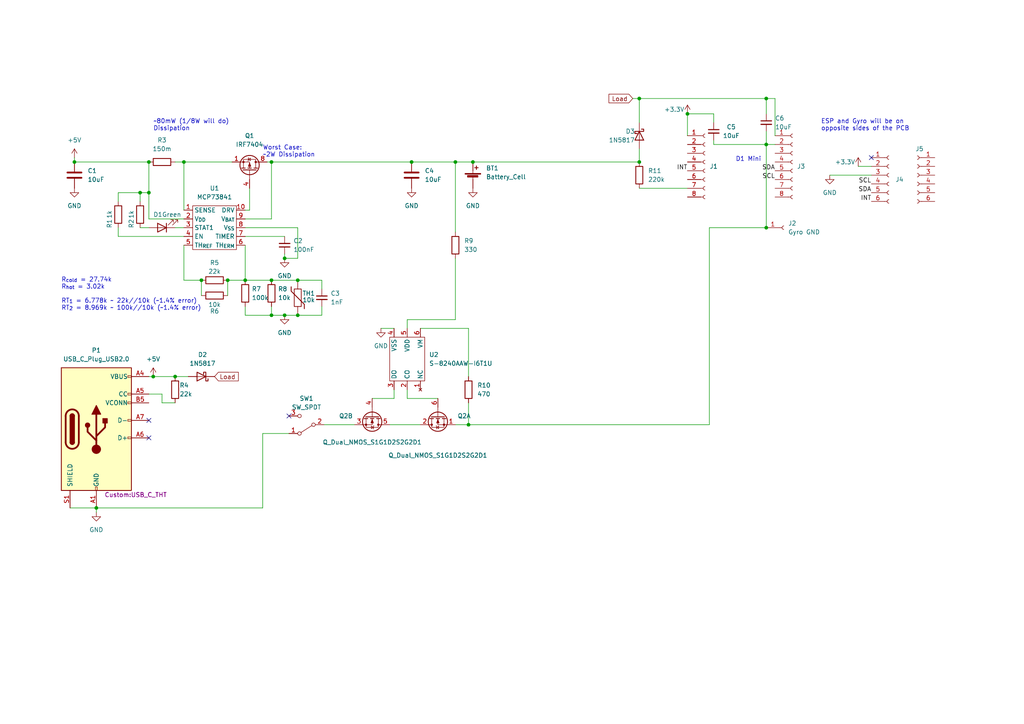
<source format=kicad_sch>
(kicad_sch (version 20211123) (generator eeschema)

  (uuid fe57414f-12ec-470e-94ed-83cb9a05844a)

  (paper "A4")

  (lib_symbols
    (symbol "Connector:Conn_01x01_Female" (pin_names (offset 1.016) hide) (in_bom yes) (on_board yes)
      (property "Reference" "J" (id 0) (at 0 2.54 0)
        (effects (font (size 1.27 1.27)))
      )
      (property "Value" "Conn_01x01_Female" (id 1) (at 0 -2.54 0)
        (effects (font (size 1.27 1.27)))
      )
      (property "Footprint" "" (id 2) (at 0 0 0)
        (effects (font (size 1.27 1.27)) hide)
      )
      (property "Datasheet" "~" (id 3) (at 0 0 0)
        (effects (font (size 1.27 1.27)) hide)
      )
      (property "ki_keywords" "connector" (id 4) (at 0 0 0)
        (effects (font (size 1.27 1.27)) hide)
      )
      (property "ki_description" "Generic connector, single row, 01x01, script generated (kicad-library-utils/schlib/autogen/connector/)" (id 5) (at 0 0 0)
        (effects (font (size 1.27 1.27)) hide)
      )
      (property "ki_fp_filters" "Connector*:*" (id 6) (at 0 0 0)
        (effects (font (size 1.27 1.27)) hide)
      )
      (symbol "Conn_01x01_Female_1_1"
        (polyline
          (pts
            (xy -1.27 0)
            (xy -0.508 0)
          )
          (stroke (width 0.1524) (type default) (color 0 0 0 0))
          (fill (type none))
        )
        (arc (start 0 0.508) (mid -0.508 0) (end 0 -0.508)
          (stroke (width 0.1524) (type default) (color 0 0 0 0))
          (fill (type none))
        )
        (pin passive line (at -5.08 0 0) (length 3.81)
          (name "Pin_1" (effects (font (size 1.27 1.27))))
          (number "1" (effects (font (size 1.27 1.27))))
        )
      )
    )
    (symbol "Connector:Conn_01x06_Female" (pin_names (offset 1.016) hide) (in_bom yes) (on_board yes)
      (property "Reference" "J" (id 0) (at 0 7.62 0)
        (effects (font (size 1.27 1.27)))
      )
      (property "Value" "Conn_01x06_Female" (id 1) (at 0 -10.16 0)
        (effects (font (size 1.27 1.27)))
      )
      (property "Footprint" "" (id 2) (at 0 0 0)
        (effects (font (size 1.27 1.27)) hide)
      )
      (property "Datasheet" "~" (id 3) (at 0 0 0)
        (effects (font (size 1.27 1.27)) hide)
      )
      (property "ki_keywords" "connector" (id 4) (at 0 0 0)
        (effects (font (size 1.27 1.27)) hide)
      )
      (property "ki_description" "Generic connector, single row, 01x06, script generated (kicad-library-utils/schlib/autogen/connector/)" (id 5) (at 0 0 0)
        (effects (font (size 1.27 1.27)) hide)
      )
      (property "ki_fp_filters" "Connector*:*_1x??_*" (id 6) (at 0 0 0)
        (effects (font (size 1.27 1.27)) hide)
      )
      (symbol "Conn_01x06_Female_1_1"
        (arc (start 0 -7.112) (mid -0.508 -7.62) (end 0 -8.128)
          (stroke (width 0.1524) (type default) (color 0 0 0 0))
          (fill (type none))
        )
        (arc (start 0 -4.572) (mid -0.508 -5.08) (end 0 -5.588)
          (stroke (width 0.1524) (type default) (color 0 0 0 0))
          (fill (type none))
        )
        (arc (start 0 -2.032) (mid -0.508 -2.54) (end 0 -3.048)
          (stroke (width 0.1524) (type default) (color 0 0 0 0))
          (fill (type none))
        )
        (polyline
          (pts
            (xy -1.27 -7.62)
            (xy -0.508 -7.62)
          )
          (stroke (width 0.1524) (type default) (color 0 0 0 0))
          (fill (type none))
        )
        (polyline
          (pts
            (xy -1.27 -5.08)
            (xy -0.508 -5.08)
          )
          (stroke (width 0.1524) (type default) (color 0 0 0 0))
          (fill (type none))
        )
        (polyline
          (pts
            (xy -1.27 -2.54)
            (xy -0.508 -2.54)
          )
          (stroke (width 0.1524) (type default) (color 0 0 0 0))
          (fill (type none))
        )
        (polyline
          (pts
            (xy -1.27 0)
            (xy -0.508 0)
          )
          (stroke (width 0.1524) (type default) (color 0 0 0 0))
          (fill (type none))
        )
        (polyline
          (pts
            (xy -1.27 2.54)
            (xy -0.508 2.54)
          )
          (stroke (width 0.1524) (type default) (color 0 0 0 0))
          (fill (type none))
        )
        (polyline
          (pts
            (xy -1.27 5.08)
            (xy -0.508 5.08)
          )
          (stroke (width 0.1524) (type default) (color 0 0 0 0))
          (fill (type none))
        )
        (arc (start 0 0.508) (mid -0.508 0) (end 0 -0.508)
          (stroke (width 0.1524) (type default) (color 0 0 0 0))
          (fill (type none))
        )
        (arc (start 0 3.048) (mid -0.508 2.54) (end 0 2.032)
          (stroke (width 0.1524) (type default) (color 0 0 0 0))
          (fill (type none))
        )
        (arc (start 0 5.588) (mid -0.508 5.08) (end 0 4.572)
          (stroke (width 0.1524) (type default) (color 0 0 0 0))
          (fill (type none))
        )
        (pin passive line (at -5.08 5.08 0) (length 3.81)
          (name "Pin_1" (effects (font (size 1.27 1.27))))
          (number "1" (effects (font (size 1.27 1.27))))
        )
        (pin passive line (at -5.08 2.54 0) (length 3.81)
          (name "Pin_2" (effects (font (size 1.27 1.27))))
          (number "2" (effects (font (size 1.27 1.27))))
        )
        (pin passive line (at -5.08 0 0) (length 3.81)
          (name "Pin_3" (effects (font (size 1.27 1.27))))
          (number "3" (effects (font (size 1.27 1.27))))
        )
        (pin passive line (at -5.08 -2.54 0) (length 3.81)
          (name "Pin_4" (effects (font (size 1.27 1.27))))
          (number "4" (effects (font (size 1.27 1.27))))
        )
        (pin passive line (at -5.08 -5.08 0) (length 3.81)
          (name "Pin_5" (effects (font (size 1.27 1.27))))
          (number "5" (effects (font (size 1.27 1.27))))
        )
        (pin passive line (at -5.08 -7.62 0) (length 3.81)
          (name "Pin_6" (effects (font (size 1.27 1.27))))
          (number "6" (effects (font (size 1.27 1.27))))
        )
      )
    )
    (symbol "Connector:Conn_01x08_Female" (pin_names (offset 1.016) hide) (in_bom yes) (on_board yes)
      (property "Reference" "J" (id 0) (at 0 10.16 0)
        (effects (font (size 1.27 1.27)))
      )
      (property "Value" "Conn_01x08_Female" (id 1) (at 0 -12.7 0)
        (effects (font (size 1.27 1.27)))
      )
      (property "Footprint" "" (id 2) (at 0 0 0)
        (effects (font (size 1.27 1.27)) hide)
      )
      (property "Datasheet" "~" (id 3) (at 0 0 0)
        (effects (font (size 1.27 1.27)) hide)
      )
      (property "ki_keywords" "connector" (id 4) (at 0 0 0)
        (effects (font (size 1.27 1.27)) hide)
      )
      (property "ki_description" "Generic connector, single row, 01x08, script generated (kicad-library-utils/schlib/autogen/connector/)" (id 5) (at 0 0 0)
        (effects (font (size 1.27 1.27)) hide)
      )
      (property "ki_fp_filters" "Connector*:*_1x??_*" (id 6) (at 0 0 0)
        (effects (font (size 1.27 1.27)) hide)
      )
      (symbol "Conn_01x08_Female_1_1"
        (arc (start 0 -9.652) (mid -0.508 -10.16) (end 0 -10.668)
          (stroke (width 0.1524) (type default) (color 0 0 0 0))
          (fill (type none))
        )
        (arc (start 0 -7.112) (mid -0.508 -7.62) (end 0 -8.128)
          (stroke (width 0.1524) (type default) (color 0 0 0 0))
          (fill (type none))
        )
        (arc (start 0 -4.572) (mid -0.508 -5.08) (end 0 -5.588)
          (stroke (width 0.1524) (type default) (color 0 0 0 0))
          (fill (type none))
        )
        (arc (start 0 -2.032) (mid -0.508 -2.54) (end 0 -3.048)
          (stroke (width 0.1524) (type default) (color 0 0 0 0))
          (fill (type none))
        )
        (polyline
          (pts
            (xy -1.27 -10.16)
            (xy -0.508 -10.16)
          )
          (stroke (width 0.1524) (type default) (color 0 0 0 0))
          (fill (type none))
        )
        (polyline
          (pts
            (xy -1.27 -7.62)
            (xy -0.508 -7.62)
          )
          (stroke (width 0.1524) (type default) (color 0 0 0 0))
          (fill (type none))
        )
        (polyline
          (pts
            (xy -1.27 -5.08)
            (xy -0.508 -5.08)
          )
          (stroke (width 0.1524) (type default) (color 0 0 0 0))
          (fill (type none))
        )
        (polyline
          (pts
            (xy -1.27 -2.54)
            (xy -0.508 -2.54)
          )
          (stroke (width 0.1524) (type default) (color 0 0 0 0))
          (fill (type none))
        )
        (polyline
          (pts
            (xy -1.27 0)
            (xy -0.508 0)
          )
          (stroke (width 0.1524) (type default) (color 0 0 0 0))
          (fill (type none))
        )
        (polyline
          (pts
            (xy -1.27 2.54)
            (xy -0.508 2.54)
          )
          (stroke (width 0.1524) (type default) (color 0 0 0 0))
          (fill (type none))
        )
        (polyline
          (pts
            (xy -1.27 5.08)
            (xy -0.508 5.08)
          )
          (stroke (width 0.1524) (type default) (color 0 0 0 0))
          (fill (type none))
        )
        (polyline
          (pts
            (xy -1.27 7.62)
            (xy -0.508 7.62)
          )
          (stroke (width 0.1524) (type default) (color 0 0 0 0))
          (fill (type none))
        )
        (arc (start 0 0.508) (mid -0.508 0) (end 0 -0.508)
          (stroke (width 0.1524) (type default) (color 0 0 0 0))
          (fill (type none))
        )
        (arc (start 0 3.048) (mid -0.508 2.54) (end 0 2.032)
          (stroke (width 0.1524) (type default) (color 0 0 0 0))
          (fill (type none))
        )
        (arc (start 0 5.588) (mid -0.508 5.08) (end 0 4.572)
          (stroke (width 0.1524) (type default) (color 0 0 0 0))
          (fill (type none))
        )
        (arc (start 0 8.128) (mid -0.508 7.62) (end 0 7.112)
          (stroke (width 0.1524) (type default) (color 0 0 0 0))
          (fill (type none))
        )
        (pin passive line (at -5.08 7.62 0) (length 3.81)
          (name "Pin_1" (effects (font (size 1.27 1.27))))
          (number "1" (effects (font (size 1.27 1.27))))
        )
        (pin passive line (at -5.08 5.08 0) (length 3.81)
          (name "Pin_2" (effects (font (size 1.27 1.27))))
          (number "2" (effects (font (size 1.27 1.27))))
        )
        (pin passive line (at -5.08 2.54 0) (length 3.81)
          (name "Pin_3" (effects (font (size 1.27 1.27))))
          (number "3" (effects (font (size 1.27 1.27))))
        )
        (pin passive line (at -5.08 0 0) (length 3.81)
          (name "Pin_4" (effects (font (size 1.27 1.27))))
          (number "4" (effects (font (size 1.27 1.27))))
        )
        (pin passive line (at -5.08 -2.54 0) (length 3.81)
          (name "Pin_5" (effects (font (size 1.27 1.27))))
          (number "5" (effects (font (size 1.27 1.27))))
        )
        (pin passive line (at -5.08 -5.08 0) (length 3.81)
          (name "Pin_6" (effects (font (size 1.27 1.27))))
          (number "6" (effects (font (size 1.27 1.27))))
        )
        (pin passive line (at -5.08 -7.62 0) (length 3.81)
          (name "Pin_7" (effects (font (size 1.27 1.27))))
          (number "7" (effects (font (size 1.27 1.27))))
        )
        (pin passive line (at -5.08 -10.16 0) (length 3.81)
          (name "Pin_8" (effects (font (size 1.27 1.27))))
          (number "8" (effects (font (size 1.27 1.27))))
        )
      )
    )
    (symbol "Connector:USB_C_Plug_USB2.0" (pin_names (offset 1.016)) (in_bom yes) (on_board yes)
      (property "Reference" "P" (id 0) (at -10.16 19.05 0)
        (effects (font (size 1.27 1.27)) (justify left))
      )
      (property "Value" "USB_C_Plug_USB2.0" (id 1) (at 12.7 19.05 0)
        (effects (font (size 1.27 1.27)) (justify right))
      )
      (property "Footprint" "" (id 2) (at 3.81 0 0)
        (effects (font (size 1.27 1.27)) hide)
      )
      (property "Datasheet" "https://www.usb.org/sites/default/files/documents/usb_type-c.zip" (id 3) (at 3.81 0 0)
        (effects (font (size 1.27 1.27)) hide)
      )
      (property "ki_keywords" "usb universal serial bus type-C USB2.0" (id 4) (at 0 0 0)
        (effects (font (size 1.27 1.27)) hide)
      )
      (property "ki_description" "USB 2.0-only Type-C Plug connector" (id 5) (at 0 0 0)
        (effects (font (size 1.27 1.27)) hide)
      )
      (property "ki_fp_filters" "USB*C*Plug*" (id 6) (at 0 0 0)
        (effects (font (size 1.27 1.27)) hide)
      )
      (symbol "USB_C_Plug_USB2.0_0_0"
        (rectangle (start -0.254 -17.78) (end 0.254 -16.764)
          (stroke (width 0) (type default) (color 0 0 0 0))
          (fill (type none))
        )
        (rectangle (start 10.16 -2.286) (end 9.144 -2.794)
          (stroke (width 0) (type default) (color 0 0 0 0))
          (fill (type none))
        )
        (rectangle (start 10.16 2.794) (end 9.144 2.286)
          (stroke (width 0) (type default) (color 0 0 0 0))
          (fill (type none))
        )
        (rectangle (start 10.16 7.874) (end 9.144 7.366)
          (stroke (width 0) (type default) (color 0 0 0 0))
          (fill (type none))
        )
        (rectangle (start 10.16 10.414) (end 9.144 9.906)
          (stroke (width 0) (type default) (color 0 0 0 0))
          (fill (type none))
        )
        (rectangle (start 10.16 15.494) (end 9.144 14.986)
          (stroke (width 0) (type default) (color 0 0 0 0))
          (fill (type none))
        )
      )
      (symbol "USB_C_Plug_USB2.0_0_1"
        (rectangle (start -10.16 17.78) (end 10.16 -17.78)
          (stroke (width 0.254) (type default) (color 0 0 0 0))
          (fill (type background))
        )
        (arc (start -8.89 -3.81) (mid -6.985 -5.715) (end -5.08 -3.81)
          (stroke (width 0.508) (type default) (color 0 0 0 0))
          (fill (type none))
        )
        (arc (start -7.62 -3.81) (mid -6.985 -4.445) (end -6.35 -3.81)
          (stroke (width 0.254) (type default) (color 0 0 0 0))
          (fill (type none))
        )
        (arc (start -7.62 -3.81) (mid -6.985 -4.445) (end -6.35 -3.81)
          (stroke (width 0.254) (type default) (color 0 0 0 0))
          (fill (type outline))
        )
        (rectangle (start -7.62 -3.81) (end -6.35 3.81)
          (stroke (width 0.254) (type default) (color 0 0 0 0))
          (fill (type outline))
        )
        (arc (start -6.35 3.81) (mid -6.985 4.445) (end -7.62 3.81)
          (stroke (width 0.254) (type default) (color 0 0 0 0))
          (fill (type none))
        )
        (arc (start -6.35 3.81) (mid -6.985 4.445) (end -7.62 3.81)
          (stroke (width 0.254) (type default) (color 0 0 0 0))
          (fill (type outline))
        )
        (arc (start -5.08 3.81) (mid -6.985 5.715) (end -8.89 3.81)
          (stroke (width 0.508) (type default) (color 0 0 0 0))
          (fill (type none))
        )
        (circle (center -2.54 1.143) (radius 0.635)
          (stroke (width 0.254) (type default) (color 0 0 0 0))
          (fill (type outline))
        )
        (circle (center 0 -5.842) (radius 1.27)
          (stroke (width 0) (type default) (color 0 0 0 0))
          (fill (type outline))
        )
        (polyline
          (pts
            (xy -8.89 -3.81)
            (xy -8.89 3.81)
          )
          (stroke (width 0.508) (type default) (color 0 0 0 0))
          (fill (type none))
        )
        (polyline
          (pts
            (xy -5.08 3.81)
            (xy -5.08 -3.81)
          )
          (stroke (width 0.508) (type default) (color 0 0 0 0))
          (fill (type none))
        )
        (polyline
          (pts
            (xy 0 -5.842)
            (xy 0 4.318)
          )
          (stroke (width 0.508) (type default) (color 0 0 0 0))
          (fill (type none))
        )
        (polyline
          (pts
            (xy 0 -3.302)
            (xy -2.54 -0.762)
            (xy -2.54 0.508)
          )
          (stroke (width 0.508) (type default) (color 0 0 0 0))
          (fill (type none))
        )
        (polyline
          (pts
            (xy 0 -2.032)
            (xy 2.54 0.508)
            (xy 2.54 1.778)
          )
          (stroke (width 0.508) (type default) (color 0 0 0 0))
          (fill (type none))
        )
        (polyline
          (pts
            (xy -1.27 4.318)
            (xy 0 6.858)
            (xy 1.27 4.318)
            (xy -1.27 4.318)
          )
          (stroke (width 0.254) (type default) (color 0 0 0 0))
          (fill (type outline))
        )
        (rectangle (start 1.905 1.778) (end 3.175 3.048)
          (stroke (width 0.254) (type default) (color 0 0 0 0))
          (fill (type outline))
        )
      )
      (symbol "USB_C_Plug_USB2.0_1_1"
        (pin passive line (at 0 -22.86 90) (length 5.08)
          (name "GND" (effects (font (size 1.27 1.27))))
          (number "A1" (effects (font (size 1.27 1.27))))
        )
        (pin passive line (at 0 -22.86 90) (length 5.08) hide
          (name "GND" (effects (font (size 1.27 1.27))))
          (number "A12" (effects (font (size 1.27 1.27))))
        )
        (pin passive line (at 15.24 15.24 180) (length 5.08)
          (name "VBUS" (effects (font (size 1.27 1.27))))
          (number "A4" (effects (font (size 1.27 1.27))))
        )
        (pin bidirectional line (at 15.24 10.16 180) (length 5.08)
          (name "CC" (effects (font (size 1.27 1.27))))
          (number "A5" (effects (font (size 1.27 1.27))))
        )
        (pin bidirectional line (at 15.24 -2.54 180) (length 5.08)
          (name "D+" (effects (font (size 1.27 1.27))))
          (number "A6" (effects (font (size 1.27 1.27))))
        )
        (pin bidirectional line (at 15.24 2.54 180) (length 5.08)
          (name "D-" (effects (font (size 1.27 1.27))))
          (number "A7" (effects (font (size 1.27 1.27))))
        )
        (pin passive line (at 15.24 15.24 180) (length 5.08) hide
          (name "VBUS" (effects (font (size 1.27 1.27))))
          (number "A9" (effects (font (size 1.27 1.27))))
        )
        (pin passive line (at 0 -22.86 90) (length 5.08) hide
          (name "GND" (effects (font (size 1.27 1.27))))
          (number "B1" (effects (font (size 1.27 1.27))))
        )
        (pin passive line (at 0 -22.86 90) (length 5.08) hide
          (name "GND" (effects (font (size 1.27 1.27))))
          (number "B12" (effects (font (size 1.27 1.27))))
        )
        (pin passive line (at 15.24 15.24 180) (length 5.08) hide
          (name "VBUS" (effects (font (size 1.27 1.27))))
          (number "B4" (effects (font (size 1.27 1.27))))
        )
        (pin bidirectional line (at 15.24 7.62 180) (length 5.08)
          (name "VCONN" (effects (font (size 1.27 1.27))))
          (number "B5" (effects (font (size 1.27 1.27))))
        )
        (pin passive line (at 15.24 15.24 180) (length 5.08) hide
          (name "VBUS" (effects (font (size 1.27 1.27))))
          (number "B9" (effects (font (size 1.27 1.27))))
        )
        (pin passive line (at -7.62 -22.86 90) (length 5.08)
          (name "SHIELD" (effects (font (size 1.27 1.27))))
          (number "S1" (effects (font (size 1.27 1.27))))
        )
      )
    )
    (symbol "Custom_Symbols:MCP73841" (in_bom yes) (on_board yes)
      (property "Reference" "U" (id 0) (at 0 7.62 0)
        (effects (font (size 1.27 1.27)))
      )
      (property "Value" "MCP73841" (id 1) (at 0 -7.62 0)
        (effects (font (size 1.27 1.27)))
      )
      (property "Footprint" "Package_SO:MSOP-10_3x3mm_P0.5mm" (id 2) (at 0 -10.16 0)
        (effects (font (size 1.27 1.27)) hide)
      )
      (property "Datasheet" "" (id 3) (at -1.27 0 0)
        (effects (font (size 1.27 1.27)) hide)
      )
      (symbol "MCP73841_0_1"
        (rectangle (start -6.35 6.35) (end 6.35 -6.35)
          (stroke (width 0) (type default) (color 0 0 0 0))
          (fill (type none))
        )
      )
      (symbol "MCP73841_1_1"
        (pin input line (at -8.89 5.08 0) (length 2.54)
          (name "SENSE" (effects (font (size 1.27 1.27))))
          (number "1" (effects (font (size 1.27 1.27))))
        )
        (pin input line (at 8.89 5.08 180) (length 2.54)
          (name "DRV" (effects (font (size 1.27 1.27))))
          (number "10" (effects (font (size 1.27 1.27))))
        )
        (pin input line (at -8.89 2.54 0) (length 2.54)
          (name "V_{DD}" (effects (font (size 1.27 1.27))))
          (number "2" (effects (font (size 1.27 1.27))))
        )
        (pin input line (at -8.89 0 0) (length 2.54)
          (name "STAT1" (effects (font (size 1.27 1.27))))
          (number "3" (effects (font (size 1.27 1.27))))
        )
        (pin input line (at -8.89 -2.54 0) (length 2.54)
          (name "EN" (effects (font (size 1.27 1.27))))
          (number "4" (effects (font (size 1.27 1.27))))
        )
        (pin input line (at -8.89 -5.08 0) (length 2.54)
          (name "TH_{REF}" (effects (font (size 1.27 1.27))))
          (number "5" (effects (font (size 1.27 1.27))))
        )
        (pin input line (at 8.89 -5.08 180) (length 2.54)
          (name "TH_{ERM}" (effects (font (size 1.27 1.27))))
          (number "6" (effects (font (size 1.27 1.27))))
        )
        (pin input line (at 8.89 -2.54 180) (length 2.54)
          (name "TIMER" (effects (font (size 1.27 1.27))))
          (number "7" (effects (font (size 1.27 1.27))))
        )
        (pin input line (at 8.89 0 180) (length 2.54)
          (name "V_{SS}" (effects (font (size 1.27 1.27))))
          (number "8" (effects (font (size 1.27 1.27))))
        )
        (pin input line (at 8.89 2.54 180) (length 2.54)
          (name "V_{BAT}" (effects (font (size 1.27 1.27))))
          (number "9" (effects (font (size 1.27 1.27))))
        )
      )
    )
    (symbol "Custom_Symbols:S-8240AAW-I6T1U" (in_bom yes) (on_board yes)
      (property "Reference" "U" (id 0) (at 0 6.35 0)
        (effects (font (size 1.27 1.27)))
      )
      (property "Value" "S-8240AAW-I6T1U" (id 1) (at 0 -7.62 0)
        (effects (font (size 1.27 1.27)))
      )
      (property "Footprint" "Custom:SNT-6A" (id 2) (at 0 -9.398 0)
        (effects (font (size 1.27 1.27)) hide)
      )
      (property "Datasheet" "" (id 3) (at -6.35 -7.62 0)
        (effects (font (size 1.27 1.27)) hide)
      )
      (symbol "S-8240AAW-I6T1U_0_1"
        (rectangle (start -6.35 5.08) (end 6.35 -5.08)
          (stroke (width 0) (type default) (color 0 0 0 0))
          (fill (type none))
        )
      )
      (symbol "S-8240AAW-I6T1U_1_1"
        (pin no_connect line (at -8.89 3.81 0) (length 2.54)
          (name "NC" (effects (font (size 1.27 1.27))))
          (number "1" (effects (font (size 1.27 1.27))))
        )
        (pin bidirectional line (at -8.89 0 0) (length 2.54)
          (name "CO" (effects (font (size 1.27 1.27))))
          (number "2" (effects (font (size 1.27 1.27))))
        )
        (pin bidirectional line (at -8.89 -3.81 0) (length 2.54)
          (name "DO" (effects (font (size 1.27 1.27))))
          (number "3" (effects (font (size 1.27 1.27))))
        )
        (pin power_in line (at 8.89 -3.81 180) (length 2.54)
          (name "VSS" (effects (font (size 1.27 1.27))))
          (number "4" (effects (font (size 1.27 1.27))))
        )
        (pin power_in line (at 8.89 0 180) (length 2.54)
          (name "VDD" (effects (font (size 1.27 1.27))))
          (number "5" (effects (font (size 1.27 1.27))))
        )
        (pin tri_state line (at 8.89 3.81 180) (length 2.54)
          (name "VM" (effects (font (size 1.27 1.27))))
          (number "6" (effects (font (size 1.27 1.27))))
        )
      )
    )
    (symbol "Device:Battery_Cell" (pin_numbers hide) (pin_names (offset 0) hide) (in_bom yes) (on_board yes)
      (property "Reference" "BT" (id 0) (at 2.54 2.54 0)
        (effects (font (size 1.27 1.27)) (justify left))
      )
      (property "Value" "Battery_Cell" (id 1) (at 2.54 0 0)
        (effects (font (size 1.27 1.27)) (justify left))
      )
      (property "Footprint" "" (id 2) (at 0 1.524 90)
        (effects (font (size 1.27 1.27)) hide)
      )
      (property "Datasheet" "~" (id 3) (at 0 1.524 90)
        (effects (font (size 1.27 1.27)) hide)
      )
      (property "ki_keywords" "battery cell" (id 4) (at 0 0 0)
        (effects (font (size 1.27 1.27)) hide)
      )
      (property "ki_description" "Single-cell battery" (id 5) (at 0 0 0)
        (effects (font (size 1.27 1.27)) hide)
      )
      (symbol "Battery_Cell_0_1"
        (rectangle (start -2.286 1.778) (end 2.286 1.524)
          (stroke (width 0) (type default) (color 0 0 0 0))
          (fill (type outline))
        )
        (rectangle (start -1.5748 1.1938) (end 1.4732 0.6858)
          (stroke (width 0) (type default) (color 0 0 0 0))
          (fill (type outline))
        )
        (polyline
          (pts
            (xy 0 0.762)
            (xy 0 0)
          )
          (stroke (width 0) (type default) (color 0 0 0 0))
          (fill (type none))
        )
        (polyline
          (pts
            (xy 0 1.778)
            (xy 0 2.54)
          )
          (stroke (width 0) (type default) (color 0 0 0 0))
          (fill (type none))
        )
        (polyline
          (pts
            (xy 0.508 3.429)
            (xy 1.524 3.429)
          )
          (stroke (width 0.254) (type default) (color 0 0 0 0))
          (fill (type none))
        )
        (polyline
          (pts
            (xy 1.016 3.937)
            (xy 1.016 2.921)
          )
          (stroke (width 0.254) (type default) (color 0 0 0 0))
          (fill (type none))
        )
      )
      (symbol "Battery_Cell_1_1"
        (pin passive line (at 0 5.08 270) (length 2.54)
          (name "+" (effects (font (size 1.27 1.27))))
          (number "1" (effects (font (size 1.27 1.27))))
        )
        (pin passive line (at 0 -2.54 90) (length 2.54)
          (name "-" (effects (font (size 1.27 1.27))))
          (number "2" (effects (font (size 1.27 1.27))))
        )
      )
    )
    (symbol "Device:C" (pin_numbers hide) (pin_names (offset 0.254)) (in_bom yes) (on_board yes)
      (property "Reference" "C" (id 0) (at 0.635 2.54 0)
        (effects (font (size 1.27 1.27)) (justify left))
      )
      (property "Value" "C" (id 1) (at 0.635 -2.54 0)
        (effects (font (size 1.27 1.27)) (justify left))
      )
      (property "Footprint" "" (id 2) (at 0.9652 -3.81 0)
        (effects (font (size 1.27 1.27)) hide)
      )
      (property "Datasheet" "~" (id 3) (at 0 0 0)
        (effects (font (size 1.27 1.27)) hide)
      )
      (property "ki_keywords" "cap capacitor" (id 4) (at 0 0 0)
        (effects (font (size 1.27 1.27)) hide)
      )
      (property "ki_description" "Unpolarized capacitor" (id 5) (at 0 0 0)
        (effects (font (size 1.27 1.27)) hide)
      )
      (property "ki_fp_filters" "C_*" (id 6) (at 0 0 0)
        (effects (font (size 1.27 1.27)) hide)
      )
      (symbol "C_0_1"
        (polyline
          (pts
            (xy -2.032 -0.762)
            (xy 2.032 -0.762)
          )
          (stroke (width 0.508) (type default) (color 0 0 0 0))
          (fill (type none))
        )
        (polyline
          (pts
            (xy -2.032 0.762)
            (xy 2.032 0.762)
          )
          (stroke (width 0.508) (type default) (color 0 0 0 0))
          (fill (type none))
        )
      )
      (symbol "C_1_1"
        (pin passive line (at 0 3.81 270) (length 2.794)
          (name "~" (effects (font (size 1.27 1.27))))
          (number "1" (effects (font (size 1.27 1.27))))
        )
        (pin passive line (at 0 -3.81 90) (length 2.794)
          (name "~" (effects (font (size 1.27 1.27))))
          (number "2" (effects (font (size 1.27 1.27))))
        )
      )
    )
    (symbol "Device:C_Small" (pin_numbers hide) (pin_names (offset 0.254) hide) (in_bom yes) (on_board yes)
      (property "Reference" "C" (id 0) (at 0.254 1.778 0)
        (effects (font (size 1.27 1.27)) (justify left))
      )
      (property "Value" "C_Small" (id 1) (at 0.254 -2.032 0)
        (effects (font (size 1.27 1.27)) (justify left))
      )
      (property "Footprint" "" (id 2) (at 0 0 0)
        (effects (font (size 1.27 1.27)) hide)
      )
      (property "Datasheet" "~" (id 3) (at 0 0 0)
        (effects (font (size 1.27 1.27)) hide)
      )
      (property "ki_keywords" "capacitor cap" (id 4) (at 0 0 0)
        (effects (font (size 1.27 1.27)) hide)
      )
      (property "ki_description" "Unpolarized capacitor, small symbol" (id 5) (at 0 0 0)
        (effects (font (size 1.27 1.27)) hide)
      )
      (property "ki_fp_filters" "C_*" (id 6) (at 0 0 0)
        (effects (font (size 1.27 1.27)) hide)
      )
      (symbol "C_Small_0_1"
        (polyline
          (pts
            (xy -1.524 -0.508)
            (xy 1.524 -0.508)
          )
          (stroke (width 0.3302) (type default) (color 0 0 0 0))
          (fill (type none))
        )
        (polyline
          (pts
            (xy -1.524 0.508)
            (xy 1.524 0.508)
          )
          (stroke (width 0.3048) (type default) (color 0 0 0 0))
          (fill (type none))
        )
      )
      (symbol "C_Small_1_1"
        (pin passive line (at 0 2.54 270) (length 2.032)
          (name "~" (effects (font (size 1.27 1.27))))
          (number "1" (effects (font (size 1.27 1.27))))
        )
        (pin passive line (at 0 -2.54 90) (length 2.032)
          (name "~" (effects (font (size 1.27 1.27))))
          (number "2" (effects (font (size 1.27 1.27))))
        )
      )
    )
    (symbol "Device:LED" (pin_numbers hide) (pin_names (offset 1.016) hide) (in_bom yes) (on_board yes)
      (property "Reference" "D" (id 0) (at 0 2.54 0)
        (effects (font (size 1.27 1.27)))
      )
      (property "Value" "LED" (id 1) (at 0 -2.54 0)
        (effects (font (size 1.27 1.27)))
      )
      (property "Footprint" "" (id 2) (at 0 0 0)
        (effects (font (size 1.27 1.27)) hide)
      )
      (property "Datasheet" "~" (id 3) (at 0 0 0)
        (effects (font (size 1.27 1.27)) hide)
      )
      (property "ki_keywords" "LED diode" (id 4) (at 0 0 0)
        (effects (font (size 1.27 1.27)) hide)
      )
      (property "ki_description" "Light emitting diode" (id 5) (at 0 0 0)
        (effects (font (size 1.27 1.27)) hide)
      )
      (property "ki_fp_filters" "LED* LED_SMD:* LED_THT:*" (id 6) (at 0 0 0)
        (effects (font (size 1.27 1.27)) hide)
      )
      (symbol "LED_0_1"
        (polyline
          (pts
            (xy -1.27 -1.27)
            (xy -1.27 1.27)
          )
          (stroke (width 0.254) (type default) (color 0 0 0 0))
          (fill (type none))
        )
        (polyline
          (pts
            (xy -1.27 0)
            (xy 1.27 0)
          )
          (stroke (width 0) (type default) (color 0 0 0 0))
          (fill (type none))
        )
        (polyline
          (pts
            (xy 1.27 -1.27)
            (xy 1.27 1.27)
            (xy -1.27 0)
            (xy 1.27 -1.27)
          )
          (stroke (width 0.254) (type default) (color 0 0 0 0))
          (fill (type none))
        )
        (polyline
          (pts
            (xy -3.048 -0.762)
            (xy -4.572 -2.286)
            (xy -3.81 -2.286)
            (xy -4.572 -2.286)
            (xy -4.572 -1.524)
          )
          (stroke (width 0) (type default) (color 0 0 0 0))
          (fill (type none))
        )
        (polyline
          (pts
            (xy -1.778 -0.762)
            (xy -3.302 -2.286)
            (xy -2.54 -2.286)
            (xy -3.302 -2.286)
            (xy -3.302 -1.524)
          )
          (stroke (width 0) (type default) (color 0 0 0 0))
          (fill (type none))
        )
      )
      (symbol "LED_1_1"
        (pin passive line (at -3.81 0 0) (length 2.54)
          (name "K" (effects (font (size 1.27 1.27))))
          (number "1" (effects (font (size 1.27 1.27))))
        )
        (pin passive line (at 3.81 0 180) (length 2.54)
          (name "A" (effects (font (size 1.27 1.27))))
          (number "2" (effects (font (size 1.27 1.27))))
        )
      )
    )
    (symbol "Device:Q_Dual_NMOS_S1G1D2S2G2D1" (pin_names (offset 0) hide) (in_bom yes) (on_board yes)
      (property "Reference" "Q1" (id 0) (at 0 -7.62 90)
        (effects (font (size 1.27 1.27)))
      )
      (property "Value" "Q_Dual_NMOS_S1G1D2S2G2D1" (id 1) (at 0 -10.16 90)
        (effects (font (size 1.27 1.27)))
      )
      (property "Footprint" "Package_TO_SOT_SMD:SOT-23-6_Handsoldering" (id 2) (at 0 -5.08 0)
        (effects (font (size 1.27 1.27)) hide)
      )
      (property "Datasheet" "~" (id 3) (at 0 -5.08 0)
        (effects (font (size 1.27 1.27)) hide)
      )
      (property "ki_keywords" "transistor NMOS N-MOS N-MOSFET" (id 4) (at 0 0 0)
        (effects (font (size 1.27 1.27)) hide)
      )
      (property "ki_description" "Dual NMOS transistor, 6 pin package" (id 5) (at 0 0 0)
        (effects (font (size 1.27 1.27)) hide)
      )
      (property "ki_fp_filters" "TSOP* SC?70* SC?88* SOT?363*" (id 6) (at 0 0 0)
        (effects (font (size 1.27 1.27)) hide)
      )
      (symbol "Q_Dual_NMOS_S1G1D2S2G2D1_0_1"
        (polyline
          (pts
            (xy 0.254 0)
            (xy -2.54 0)
          )
          (stroke (width 0) (type default) (color 0 0 0 0))
          (fill (type none))
        )
        (polyline
          (pts
            (xy 0.254 1.905)
            (xy 0.254 -1.905)
          )
          (stroke (width 0.254) (type default) (color 0 0 0 0))
          (fill (type none))
        )
        (polyline
          (pts
            (xy 0.762 -1.27)
            (xy 0.762 -2.286)
          )
          (stroke (width 0.254) (type default) (color 0 0 0 0))
          (fill (type none))
        )
        (polyline
          (pts
            (xy 0.762 0.508)
            (xy 0.762 -0.508)
          )
          (stroke (width 0.254) (type default) (color 0 0 0 0))
          (fill (type none))
        )
        (polyline
          (pts
            (xy 0.762 2.286)
            (xy 0.762 1.27)
          )
          (stroke (width 0.254) (type default) (color 0 0 0 0))
          (fill (type none))
        )
        (polyline
          (pts
            (xy 2.54 2.54)
            (xy 2.54 1.778)
          )
          (stroke (width 0) (type default) (color 0 0 0 0))
          (fill (type none))
        )
        (polyline
          (pts
            (xy 2.54 -2.54)
            (xy 2.54 0)
            (xy 0.762 0)
          )
          (stroke (width 0) (type default) (color 0 0 0 0))
          (fill (type none))
        )
        (polyline
          (pts
            (xy 0.762 -1.778)
            (xy 3.302 -1.778)
            (xy 3.302 1.778)
            (xy 0.762 1.778)
          )
          (stroke (width 0) (type default) (color 0 0 0 0))
          (fill (type none))
        )
        (polyline
          (pts
            (xy 1.016 0)
            (xy 2.032 0.381)
            (xy 2.032 -0.381)
            (xy 1.016 0)
          )
          (stroke (width 0) (type default) (color 0 0 0 0))
          (fill (type outline))
        )
        (polyline
          (pts
            (xy 2.794 0.508)
            (xy 2.921 0.381)
            (xy 3.683 0.381)
            (xy 3.81 0.254)
          )
          (stroke (width 0) (type default) (color 0 0 0 0))
          (fill (type none))
        )
        (polyline
          (pts
            (xy 3.302 0.381)
            (xy 2.921 -0.254)
            (xy 3.683 -0.254)
            (xy 3.302 0.381)
          )
          (stroke (width 0) (type default) (color 0 0 0 0))
          (fill (type none))
        )
        (circle (center 1.651 0) (radius 2.794)
          (stroke (width 0.254) (type default) (color 0 0 0 0))
          (fill (type none))
        )
        (circle (center 2.54 -1.778) (radius 0.254)
          (stroke (width 0) (type default) (color 0 0 0 0))
          (fill (type outline))
        )
        (circle (center 2.54 1.778) (radius 0.254)
          (stroke (width 0) (type default) (color 0 0 0 0))
          (fill (type outline))
        )
      )
      (symbol "Q_Dual_NMOS_S1G1D2S2G2D1_1_1"
        (pin passive line (at 2.54 -5.08 90) (length 2.54)
          (name "S" (effects (font (size 1.27 1.27))))
          (number "1" (effects (font (size 1.27 1.27))))
        )
        (pin input line (at -5.08 0 0) (length 2.54)
          (name "G" (effects (font (size 1.27 1.27))))
          (number "2" (effects (font (size 1.27 1.27))))
        )
        (pin passive line (at 2.54 5.08 270) (length 2.54)
          (name "D" (effects (font (size 1.27 1.27))))
          (number "6" (effects (font (size 1.27 1.27))))
        )
      )
      (symbol "Q_Dual_NMOS_S1G1D2S2G2D1_2_1"
        (pin passive line (at 2.54 -5.08 90) (length 2.54)
          (name "S" (effects (font (size 1.27 1.27))))
          (number "3" (effects (font (size 1.27 1.27))))
        )
        (pin input line (at -5.08 0 0) (length 2.54)
          (name "G" (effects (font (size 1.27 1.27))))
          (number "4" (effects (font (size 1.27 1.27))))
        )
        (pin passive line (at 2.54 5.08 270) (length 2.54)
          (name "D" (effects (font (size 1.27 1.27))))
          (number "5" (effects (font (size 1.27 1.27))))
        )
      )
    )
    (symbol "Device:R" (pin_numbers hide) (pin_names (offset 0)) (in_bom yes) (on_board yes)
      (property "Reference" "R" (id 0) (at 2.032 0 90)
        (effects (font (size 1.27 1.27)))
      )
      (property "Value" "R" (id 1) (at 0 0 90)
        (effects (font (size 1.27 1.27)))
      )
      (property "Footprint" "" (id 2) (at -1.778 0 90)
        (effects (font (size 1.27 1.27)) hide)
      )
      (property "Datasheet" "~" (id 3) (at 0 0 0)
        (effects (font (size 1.27 1.27)) hide)
      )
      (property "ki_keywords" "R res resistor" (id 4) (at 0 0 0)
        (effects (font (size 1.27 1.27)) hide)
      )
      (property "ki_description" "Resistor" (id 5) (at 0 0 0)
        (effects (font (size 1.27 1.27)) hide)
      )
      (property "ki_fp_filters" "R_*" (id 6) (at 0 0 0)
        (effects (font (size 1.27 1.27)) hide)
      )
      (symbol "R_0_1"
        (rectangle (start -1.016 -2.54) (end 1.016 2.54)
          (stroke (width 0.254) (type default) (color 0 0 0 0))
          (fill (type none))
        )
      )
      (symbol "R_1_1"
        (pin passive line (at 0 3.81 270) (length 1.27)
          (name "~" (effects (font (size 1.27 1.27))))
          (number "1" (effects (font (size 1.27 1.27))))
        )
        (pin passive line (at 0 -3.81 90) (length 1.27)
          (name "~" (effects (font (size 1.27 1.27))))
          (number "2" (effects (font (size 1.27 1.27))))
        )
      )
    )
    (symbol "Device:Thermistor" (pin_numbers hide) (pin_names (offset 0)) (in_bom yes) (on_board yes)
      (property "Reference" "TH" (id 0) (at 2.54 1.27 90)
        (effects (font (size 1.27 1.27)))
      )
      (property "Value" "Thermistor" (id 1) (at -2.54 0 90)
        (effects (font (size 1.27 1.27)) (justify bottom))
      )
      (property "Footprint" "" (id 2) (at 0 0 0)
        (effects (font (size 1.27 1.27)) hide)
      )
      (property "Datasheet" "~" (id 3) (at 0 0 0)
        (effects (font (size 1.27 1.27)) hide)
      )
      (property "ki_keywords" "R res thermistor" (id 4) (at 0 0 0)
        (effects (font (size 1.27 1.27)) hide)
      )
      (property "ki_description" "Temperature dependent resistor" (id 5) (at 0 0 0)
        (effects (font (size 1.27 1.27)) hide)
      )
      (property "ki_fp_filters" "R_*" (id 6) (at 0 0 0)
        (effects (font (size 1.27 1.27)) hide)
      )
      (symbol "Thermistor_0_1"
        (rectangle (start -1.016 2.54) (end 1.016 -2.54)
          (stroke (width 0.2032) (type default) (color 0 0 0 0))
          (fill (type none))
        )
        (polyline
          (pts
            (xy -1.905 3.175)
            (xy -1.905 1.905)
            (xy 1.905 -1.905)
            (xy 1.905 -3.175)
            (xy 1.905 -3.175)
          )
          (stroke (width 0.254) (type default) (color 0 0 0 0))
          (fill (type none))
        )
      )
      (symbol "Thermistor_1_1"
        (pin passive line (at 0 5.08 270) (length 2.54)
          (name "~" (effects (font (size 1.27 1.27))))
          (number "1" (effects (font (size 1.27 1.27))))
        )
        (pin passive line (at 0 -5.08 90) (length 2.54)
          (name "~" (effects (font (size 1.27 1.27))))
          (number "2" (effects (font (size 1.27 1.27))))
        )
      )
    )
    (symbol "Diode:1N5817" (pin_numbers hide) (pin_names (offset 1.016) hide) (in_bom yes) (on_board yes)
      (property "Reference" "D" (id 0) (at 0 2.54 0)
        (effects (font (size 1.27 1.27)))
      )
      (property "Value" "1N5817" (id 1) (at 0 -2.54 0)
        (effects (font (size 1.27 1.27)))
      )
      (property "Footprint" "Diode_THT:D_DO-41_SOD81_P10.16mm_Horizontal" (id 2) (at 0 -4.445 0)
        (effects (font (size 1.27 1.27)) hide)
      )
      (property "Datasheet" "http://www.vishay.com/docs/88525/1n5817.pdf" (id 3) (at 0 0 0)
        (effects (font (size 1.27 1.27)) hide)
      )
      (property "ki_keywords" "diode Schottky" (id 4) (at 0 0 0)
        (effects (font (size 1.27 1.27)) hide)
      )
      (property "ki_description" "20V 1A Schottky Barrier Rectifier Diode, DO-41" (id 5) (at 0 0 0)
        (effects (font (size 1.27 1.27)) hide)
      )
      (property "ki_fp_filters" "D*DO?41*" (id 6) (at 0 0 0)
        (effects (font (size 1.27 1.27)) hide)
      )
      (symbol "1N5817_0_1"
        (polyline
          (pts
            (xy 1.27 0)
            (xy -1.27 0)
          )
          (stroke (width 0) (type default) (color 0 0 0 0))
          (fill (type none))
        )
        (polyline
          (pts
            (xy 1.27 1.27)
            (xy 1.27 -1.27)
            (xy -1.27 0)
            (xy 1.27 1.27)
          )
          (stroke (width 0.254) (type default) (color 0 0 0 0))
          (fill (type none))
        )
        (polyline
          (pts
            (xy -1.905 0.635)
            (xy -1.905 1.27)
            (xy -1.27 1.27)
            (xy -1.27 -1.27)
            (xy -0.635 -1.27)
            (xy -0.635 -0.635)
          )
          (stroke (width 0.254) (type default) (color 0 0 0 0))
          (fill (type none))
        )
      )
      (symbol "1N5817_1_1"
        (pin passive line (at -3.81 0 0) (length 2.54)
          (name "K" (effects (font (size 1.27 1.27))))
          (number "1" (effects (font (size 1.27 1.27))))
        )
        (pin passive line (at 3.81 0 180) (length 2.54)
          (name "A" (effects (font (size 1.27 1.27))))
          (number "2" (effects (font (size 1.27 1.27))))
        )
      )
    )
    (symbol "Q_Dual_NMOS_S1G1D2S2G2D1_1" (pin_names (offset 0) hide) (in_bom yes) (on_board yes)
      (property "Reference" "Q1" (id 0) (at 0 -7.62 90)
        (effects (font (size 1.27 1.27)))
      )
      (property "Value" "Q_Dual_NMOS_S1G1D2S2G2D1_1" (id 1) (at 0 -10.16 90)
        (effects (font (size 1.27 1.27)))
      )
      (property "Footprint" "Package_TO_SOT_SMD:SOT-23-6_Handsoldering" (id 2) (at 0 -5.08 0)
        (effects (font (size 1.27 1.27)) hide)
      )
      (property "Datasheet" "~" (id 3) (at 0 -5.08 0)
        (effects (font (size 1.27 1.27)) hide)
      )
      (property "ki_keywords" "transistor NMOS N-MOS N-MOSFET" (id 4) (at 0 0 0)
        (effects (font (size 1.27 1.27)) hide)
      )
      (property "ki_description" "Dual NMOS transistor, 6 pin package" (id 5) (at 0 0 0)
        (effects (font (size 1.27 1.27)) hide)
      )
      (property "ki_fp_filters" "TSOP* SC?70* SC?88* SOT?363*" (id 6) (at 0 0 0)
        (effects (font (size 1.27 1.27)) hide)
      )
      (symbol "Q_Dual_NMOS_S1G1D2S2G2D1_1_0_1"
        (polyline
          (pts
            (xy 0.254 0)
            (xy -2.54 0)
          )
          (stroke (width 0) (type default) (color 0 0 0 0))
          (fill (type none))
        )
        (polyline
          (pts
            (xy 0.254 1.905)
            (xy 0.254 -1.905)
          )
          (stroke (width 0.254) (type default) (color 0 0 0 0))
          (fill (type none))
        )
        (polyline
          (pts
            (xy 0.762 -1.27)
            (xy 0.762 -2.286)
          )
          (stroke (width 0.254) (type default) (color 0 0 0 0))
          (fill (type none))
        )
        (polyline
          (pts
            (xy 0.762 0.508)
            (xy 0.762 -0.508)
          )
          (stroke (width 0.254) (type default) (color 0 0 0 0))
          (fill (type none))
        )
        (polyline
          (pts
            (xy 0.762 2.286)
            (xy 0.762 1.27)
          )
          (stroke (width 0.254) (type default) (color 0 0 0 0))
          (fill (type none))
        )
        (polyline
          (pts
            (xy 2.54 2.54)
            (xy 2.54 1.778)
          )
          (stroke (width 0) (type default) (color 0 0 0 0))
          (fill (type none))
        )
        (polyline
          (pts
            (xy 2.54 -2.54)
            (xy 2.54 0)
            (xy 0.762 0)
          )
          (stroke (width 0) (type default) (color 0 0 0 0))
          (fill (type none))
        )
        (polyline
          (pts
            (xy 0.762 -1.778)
            (xy 3.302 -1.778)
            (xy 3.302 1.778)
            (xy 0.762 1.778)
          )
          (stroke (width 0) (type default) (color 0 0 0 0))
          (fill (type none))
        )
        (polyline
          (pts
            (xy 1.016 0)
            (xy 2.032 0.381)
            (xy 2.032 -0.381)
            (xy 1.016 0)
          )
          (stroke (width 0) (type default) (color 0 0 0 0))
          (fill (type outline))
        )
        (polyline
          (pts
            (xy 2.794 0.508)
            (xy 2.921 0.381)
            (xy 3.683 0.381)
            (xy 3.81 0.254)
          )
          (stroke (width 0) (type default) (color 0 0 0 0))
          (fill (type none))
        )
        (polyline
          (pts
            (xy 3.302 0.381)
            (xy 2.921 -0.254)
            (xy 3.683 -0.254)
            (xy 3.302 0.381)
          )
          (stroke (width 0) (type default) (color 0 0 0 0))
          (fill (type none))
        )
        (circle (center 1.651 0) (radius 2.794)
          (stroke (width 0.254) (type default) (color 0 0 0 0))
          (fill (type none))
        )
        (circle (center 2.54 -1.778) (radius 0.254)
          (stroke (width 0) (type default) (color 0 0 0 0))
          (fill (type outline))
        )
        (circle (center 2.54 1.778) (radius 0.254)
          (stroke (width 0) (type default) (color 0 0 0 0))
          (fill (type outline))
        )
      )
      (symbol "Q_Dual_NMOS_S1G1D2S2G2D1_1_1_1"
        (pin passive line (at 2.54 -5.08 90) (length 2.54)
          (name "S" (effects (font (size 1.27 1.27))))
          (number "1" (effects (font (size 1.27 1.27))))
        )
        (pin passive line (at 2.54 5.08 270) (length 2.54)
          (name "D" (effects (font (size 1.27 1.27))))
          (number "2" (effects (font (size 1.27 1.27))))
        )
        (pin input line (at -5.08 0 0) (length 2.54)
          (name "G" (effects (font (size 1.27 1.27))))
          (number "6" (effects (font (size 1.27 1.27))))
        )
      )
      (symbol "Q_Dual_NMOS_S1G1D2S2G2D1_1_2_1"
        (pin passive line (at 2.54 5.08 270) (length 2.54)
          (name "D" (effects (font (size 1.27 1.27))))
          (number "3" (effects (font (size 1.27 1.27))))
        )
        (pin passive line (at 2.54 -5.08 90) (length 2.54)
          (name "S" (effects (font (size 1.27 1.27))))
          (number "4" (effects (font (size 1.27 1.27))))
        )
        (pin input line (at -5.08 0 0) (length 2.54)
          (name "G" (effects (font (size 1.27 1.27))))
          (number "5" (effects (font (size 1.27 1.27))))
        )
      )
    )
    (symbol "Switch:SW_SPDT" (pin_names (offset 0) hide) (in_bom yes) (on_board yes)
      (property "Reference" "SW" (id 0) (at 0 4.318 0)
        (effects (font (size 1.27 1.27)))
      )
      (property "Value" "SW_SPDT" (id 1) (at 0 -5.08 0)
        (effects (font (size 1.27 1.27)))
      )
      (property "Footprint" "" (id 2) (at 0 0 0)
        (effects (font (size 1.27 1.27)) hide)
      )
      (property "Datasheet" "~" (id 3) (at 0 0 0)
        (effects (font (size 1.27 1.27)) hide)
      )
      (property "ki_keywords" "switch single-pole double-throw spdt ON-ON" (id 4) (at 0 0 0)
        (effects (font (size 1.27 1.27)) hide)
      )
      (property "ki_description" "Switch, single pole double throw" (id 5) (at 0 0 0)
        (effects (font (size 1.27 1.27)) hide)
      )
      (symbol "SW_SPDT_0_0"
        (circle (center -2.032 0) (radius 0.508)
          (stroke (width 0) (type default) (color 0 0 0 0))
          (fill (type none))
        )
        (circle (center 2.032 -2.54) (radius 0.508)
          (stroke (width 0) (type default) (color 0 0 0 0))
          (fill (type none))
        )
      )
      (symbol "SW_SPDT_0_1"
        (polyline
          (pts
            (xy -1.524 0.254)
            (xy 1.651 2.286)
          )
          (stroke (width 0) (type default) (color 0 0 0 0))
          (fill (type none))
        )
        (circle (center 2.032 2.54) (radius 0.508)
          (stroke (width 0) (type default) (color 0 0 0 0))
          (fill (type none))
        )
      )
      (symbol "SW_SPDT_1_1"
        (pin passive line (at 5.08 2.54 180) (length 2.54)
          (name "A" (effects (font (size 1.27 1.27))))
          (number "1" (effects (font (size 1.27 1.27))))
        )
        (pin passive line (at -5.08 0 0) (length 2.54)
          (name "B" (effects (font (size 1.27 1.27))))
          (number "2" (effects (font (size 1.27 1.27))))
        )
        (pin passive line (at 5.08 -2.54 180) (length 2.54)
          (name "C" (effects (font (size 1.27 1.27))))
          (number "3" (effects (font (size 1.27 1.27))))
        )
      )
    )
    (symbol "Transistor_FET:IRF7404" (pin_names hide) (in_bom yes) (on_board yes)
      (property "Reference" "Q" (id 0) (at 5.08 1.905 0)
        (effects (font (size 1.27 1.27)) (justify left))
      )
      (property "Value" "IRF7404" (id 1) (at 5.08 0 0)
        (effects (font (size 1.27 1.27)) (justify left))
      )
      (property "Footprint" "Package_SO:SOIC-8_3.9x4.9mm_P1.27mm" (id 2) (at 5.08 -1.905 0)
        (effects (font (size 1.27 1.27) italic) (justify left) hide)
      )
      (property "Datasheet" "http://www.infineon.com/dgdl/irf7404.pdf?fileId=5546d462533600a4015355fa2b5b1b9e" (id 3) (at 0 0 90)
        (effects (font (size 1.27 1.27)) (justify left) hide)
      )
      (property "ki_keywords" "P-Channel MOSFET" (id 4) (at 0 0 0)
        (effects (font (size 1.27 1.27)) hide)
      )
      (property "ki_description" "-6.7A Id, -20V Vds, P-Channel HEXFET Power MOSFET, SO-8" (id 5) (at 0 0 0)
        (effects (font (size 1.27 1.27)) hide)
      )
      (property "ki_fp_filters" "SOIC*3.9x4.9mm*P1.27mm*" (id 6) (at 0 0 0)
        (effects (font (size 1.27 1.27)) hide)
      )
      (symbol "IRF7404_0_1"
        (polyline
          (pts
            (xy 0.254 0)
            (xy -2.54 0)
          )
          (stroke (width 0) (type default) (color 0 0 0 0))
          (fill (type none))
        )
        (polyline
          (pts
            (xy 0.254 1.905)
            (xy 0.254 -1.905)
          )
          (stroke (width 0.254) (type default) (color 0 0 0 0))
          (fill (type none))
        )
        (polyline
          (pts
            (xy 0.762 -1.27)
            (xy 0.762 -2.286)
          )
          (stroke (width 0.254) (type default) (color 0 0 0 0))
          (fill (type none))
        )
        (polyline
          (pts
            (xy 0.762 0.508)
            (xy 0.762 -0.508)
          )
          (stroke (width 0.254) (type default) (color 0 0 0 0))
          (fill (type none))
        )
        (polyline
          (pts
            (xy 0.762 2.286)
            (xy 0.762 1.27)
          )
          (stroke (width 0.254) (type default) (color 0 0 0 0))
          (fill (type none))
        )
        (polyline
          (pts
            (xy 2.54 2.54)
            (xy 2.54 1.778)
          )
          (stroke (width 0) (type default) (color 0 0 0 0))
          (fill (type none))
        )
        (polyline
          (pts
            (xy 2.54 -2.54)
            (xy 2.54 0)
            (xy 0.762 0)
          )
          (stroke (width 0) (type default) (color 0 0 0 0))
          (fill (type none))
        )
        (polyline
          (pts
            (xy 0.762 1.778)
            (xy 3.302 1.778)
            (xy 3.302 -1.778)
            (xy 0.762 -1.778)
          )
          (stroke (width 0) (type default) (color 0 0 0 0))
          (fill (type none))
        )
        (polyline
          (pts
            (xy 2.286 0)
            (xy 1.27 0.381)
            (xy 1.27 -0.381)
            (xy 2.286 0)
          )
          (stroke (width 0) (type default) (color 0 0 0 0))
          (fill (type outline))
        )
        (polyline
          (pts
            (xy 2.794 -0.508)
            (xy 2.921 -0.381)
            (xy 3.683 -0.381)
            (xy 3.81 -0.254)
          )
          (stroke (width 0) (type default) (color 0 0 0 0))
          (fill (type none))
        )
        (polyline
          (pts
            (xy 3.302 -0.381)
            (xy 2.921 0.254)
            (xy 3.683 0.254)
            (xy 3.302 -0.381)
          )
          (stroke (width 0) (type default) (color 0 0 0 0))
          (fill (type none))
        )
        (circle (center 1.651 0) (radius 2.794)
          (stroke (width 0.254) (type default) (color 0 0 0 0))
          (fill (type none))
        )
        (circle (center 2.54 -1.778) (radius 0.254)
          (stroke (width 0) (type default) (color 0 0 0 0))
          (fill (type outline))
        )
        (circle (center 2.54 1.778) (radius 0.254)
          (stroke (width 0) (type default) (color 0 0 0 0))
          (fill (type outline))
        )
      )
      (symbol "IRF7404_1_1"
        (pin passive line (at 2.54 -5.08 90) (length 2.54)
          (name "S" (effects (font (size 1.27 1.27))))
          (number "1" (effects (font (size 1.27 1.27))))
        )
        (pin passive line (at 2.54 -5.08 90) (length 2.54) hide
          (name "S" (effects (font (size 1.27 1.27))))
          (number "2" (effects (font (size 1.27 1.27))))
        )
        (pin passive line (at 2.54 -5.08 90) (length 2.54) hide
          (name "S" (effects (font (size 1.27 1.27))))
          (number "3" (effects (font (size 1.27 1.27))))
        )
        (pin passive line (at -5.08 0 0) (length 2.54)
          (name "G" (effects (font (size 1.27 1.27))))
          (number "4" (effects (font (size 1.27 1.27))))
        )
        (pin passive line (at 2.54 5.08 270) (length 2.54) hide
          (name "D" (effects (font (size 1.27 1.27))))
          (number "5" (effects (font (size 1.27 1.27))))
        )
        (pin passive line (at 2.54 5.08 270) (length 2.54) hide
          (name "D" (effects (font (size 1.27 1.27))))
          (number "6" (effects (font (size 1.27 1.27))))
        )
        (pin passive line (at 2.54 5.08 270) (length 2.54) hide
          (name "D" (effects (font (size 1.27 1.27))))
          (number "7" (effects (font (size 1.27 1.27))))
        )
        (pin passive line (at 2.54 5.08 270) (length 2.54)
          (name "D" (effects (font (size 1.27 1.27))))
          (number "8" (effects (font (size 1.27 1.27))))
        )
      )
    )
    (symbol "power:+3.3V" (power) (pin_names (offset 0)) (in_bom yes) (on_board yes)
      (property "Reference" "#PWR" (id 0) (at 0 -3.81 0)
        (effects (font (size 1.27 1.27)) hide)
      )
      (property "Value" "+3.3V" (id 1) (at 0 3.556 0)
        (effects (font (size 1.27 1.27)))
      )
      (property "Footprint" "" (id 2) (at 0 0 0)
        (effects (font (size 1.27 1.27)) hide)
      )
      (property "Datasheet" "" (id 3) (at 0 0 0)
        (effects (font (size 1.27 1.27)) hide)
      )
      (property "ki_keywords" "power-flag" (id 4) (at 0 0 0)
        (effects (font (size 1.27 1.27)) hide)
      )
      (property "ki_description" "Power symbol creates a global label with name \"+3.3V\"" (id 5) (at 0 0 0)
        (effects (font (size 1.27 1.27)) hide)
      )
      (symbol "+3.3V_0_1"
        (polyline
          (pts
            (xy -0.762 1.27)
            (xy 0 2.54)
          )
          (stroke (width 0) (type default) (color 0 0 0 0))
          (fill (type none))
        )
        (polyline
          (pts
            (xy 0 0)
            (xy 0 2.54)
          )
          (stroke (width 0) (type default) (color 0 0 0 0))
          (fill (type none))
        )
        (polyline
          (pts
            (xy 0 2.54)
            (xy 0.762 1.27)
          )
          (stroke (width 0) (type default) (color 0 0 0 0))
          (fill (type none))
        )
      )
      (symbol "+3.3V_1_1"
        (pin power_in line (at 0 0 90) (length 0) hide
          (name "+3.3V" (effects (font (size 1.27 1.27))))
          (number "1" (effects (font (size 1.27 1.27))))
        )
      )
    )
    (symbol "power:+5V" (power) (pin_names (offset 0)) (in_bom yes) (on_board yes)
      (property "Reference" "#PWR" (id 0) (at 0 -3.81 0)
        (effects (font (size 1.27 1.27)) hide)
      )
      (property "Value" "+5V" (id 1) (at 0 3.556 0)
        (effects (font (size 1.27 1.27)))
      )
      (property "Footprint" "" (id 2) (at 0 0 0)
        (effects (font (size 1.27 1.27)) hide)
      )
      (property "Datasheet" "" (id 3) (at 0 0 0)
        (effects (font (size 1.27 1.27)) hide)
      )
      (property "ki_keywords" "power-flag" (id 4) (at 0 0 0)
        (effects (font (size 1.27 1.27)) hide)
      )
      (property "ki_description" "Power symbol creates a global label with name \"+5V\"" (id 5) (at 0 0 0)
        (effects (font (size 1.27 1.27)) hide)
      )
      (symbol "+5V_0_1"
        (polyline
          (pts
            (xy -0.762 1.27)
            (xy 0 2.54)
          )
          (stroke (width 0) (type default) (color 0 0 0 0))
          (fill (type none))
        )
        (polyline
          (pts
            (xy 0 0)
            (xy 0 2.54)
          )
          (stroke (width 0) (type default) (color 0 0 0 0))
          (fill (type none))
        )
        (polyline
          (pts
            (xy 0 2.54)
            (xy 0.762 1.27)
          )
          (stroke (width 0) (type default) (color 0 0 0 0))
          (fill (type none))
        )
      )
      (symbol "+5V_1_1"
        (pin power_in line (at 0 0 90) (length 0) hide
          (name "+5V" (effects (font (size 1.27 1.27))))
          (number "1" (effects (font (size 1.27 1.27))))
        )
      )
    )
    (symbol "power:GND" (power) (pin_names (offset 0)) (in_bom yes) (on_board yes)
      (property "Reference" "#PWR" (id 0) (at 0 -6.35 0)
        (effects (font (size 1.27 1.27)) hide)
      )
      (property "Value" "GND" (id 1) (at 0 -3.81 0)
        (effects (font (size 1.27 1.27)))
      )
      (property "Footprint" "" (id 2) (at 0 0 0)
        (effects (font (size 1.27 1.27)) hide)
      )
      (property "Datasheet" "" (id 3) (at 0 0 0)
        (effects (font (size 1.27 1.27)) hide)
      )
      (property "ki_keywords" "power-flag" (id 4) (at 0 0 0)
        (effects (font (size 1.27 1.27)) hide)
      )
      (property "ki_description" "Power symbol creates a global label with name \"GND\" , ground" (id 5) (at 0 0 0)
        (effects (font (size 1.27 1.27)) hide)
      )
      (symbol "GND_0_1"
        (polyline
          (pts
            (xy 0 0)
            (xy 0 -1.27)
            (xy 1.27 -1.27)
            (xy 0 -2.54)
            (xy -1.27 -1.27)
            (xy 0 -1.27)
          )
          (stroke (width 0) (type default) (color 0 0 0 0))
          (fill (type none))
        )
      )
      (symbol "GND_1_1"
        (pin power_in line (at 0 0 270) (length 0) hide
          (name "GND" (effects (font (size 1.27 1.27))))
          (number "1" (effects (font (size 1.27 1.27))))
        )
      )
    )
  )

  (junction (at 78.74 81.28) (diameter 0) (color 0 0 0 0)
    (uuid 00cfc2fc-fb86-401e-997f-2f7e8d2e2bed)
  )
  (junction (at 53.34 46.99) (diameter 0) (color 0 0 0 0)
    (uuid 05073781-772c-4faa-8f1c-ac364b9d2e37)
  )
  (junction (at 119.38 46.99) (diameter 0) (color 0 0 0 0)
    (uuid 106563e5-0ef8-4ca8-bb33-834f182c0f38)
  )
  (junction (at 78.74 46.99) (diameter 0) (color 0 0 0 0)
    (uuid 17ad1086-0c5e-44f2-b4e5-5a5b4c6787d3)
  )
  (junction (at 82.55 74.93) (diameter 0) (color 0 0 0 0)
    (uuid 195d0421-dd2c-4621-a10e-3f4b8027e7bf)
  )
  (junction (at 27.94 147.32) (diameter 0) (color 0 0 0 0)
    (uuid 237364ba-c338-4951-ab69-fe851ec03062)
  )
  (junction (at 222.25 28.575) (diameter 0) (color 0 0 0 0)
    (uuid 32c1645c-0587-4c67-9d3b-ac0bd10f8d0f)
  )
  (junction (at 71.12 81.28) (diameter 0) (color 0 0 0 0)
    (uuid 3c9af8d9-e886-495d-99a6-9af887abc3c7)
  )
  (junction (at 78.74 91.44) (diameter 0) (color 0 0 0 0)
    (uuid 40af379d-44c0-47fc-8a86-fae6ed58dac3)
  )
  (junction (at 199.39 33.02) (diameter 0) (color 0 0 0 0)
    (uuid 46aa3a72-12cb-422c-8d46-3b2e6795b824)
  )
  (junction (at 185.42 28.575) (diameter 0) (color 0 0 0 0)
    (uuid 5aced6b6-7b7c-42ce-b00f-e7c8bb54208c)
  )
  (junction (at 43.18 46.99) (diameter 0) (color 0 0 0 0)
    (uuid 7db3bfba-5be0-4967-8f05-6d9a7f5e55c2)
  )
  (junction (at 43.18 55.88) (diameter 0) (color 0 0 0 0)
    (uuid 81f85cfa-5b13-4504-b68d-9d833675aa55)
  )
  (junction (at 66.04 81.28) (diameter 0) (color 0 0 0 0)
    (uuid 83cc6e3e-ad3e-4317-8d08-4778593fda16)
  )
  (junction (at 40.64 55.88) (diameter 0) (color 0 0 0 0)
    (uuid 84bee701-a063-4185-8547-d24da26652a1)
  )
  (junction (at 222.25 66.04) (diameter 0) (color 0 0 0 0)
    (uuid 84e5679c-5ba6-49a6-be54-0c8b050f3fb0)
  )
  (junction (at 135.89 123.19) (diameter 0) (color 0 0 0 0)
    (uuid 972d5419-0eca-4de0-9fe1-4ae2f598eb9d)
  )
  (junction (at 21.59 46.99) (diameter 0) (color 0 0 0 0)
    (uuid a20c1c73-48b5-4e36-96f6-70d308bf26d8)
  )
  (junction (at 50.8 109.22) (diameter 0) (color 0 0 0 0)
    (uuid a7f91419-5ab3-4912-8f33-cc56f2985d3b)
  )
  (junction (at 132.08 46.99) (diameter 0) (color 0 0 0 0)
    (uuid a8bcd0bc-ac94-4311-93fa-8076adc6908d)
  )
  (junction (at 222.25 41.91) (diameter 0) (color 0 0 0 0)
    (uuid c0aac606-2439-4aee-85b4-2ed66946e181)
  )
  (junction (at 82.55 91.44) (diameter 0) (color 0 0 0 0)
    (uuid cc513c21-a847-4b03-8911-d2220ecd96ee)
  )
  (junction (at 44.45 109.22) (diameter 0) (color 0 0 0 0)
    (uuid d393a66d-3755-4ca8-b2bb-f5b5dd22ff43)
  )
  (junction (at 58.42 81.28) (diameter 0) (color 0 0 0 0)
    (uuid e2ab5293-a24b-4ede-8b9b-3312f3a29667)
  )
  (junction (at 137.16 46.99) (diameter 0) (color 0 0 0 0)
    (uuid e8df3210-3de2-43fc-ba59-77610662ab67)
  )
  (junction (at 185.42 46.99) (diameter 0) (color 0 0 0 0)
    (uuid ea987e7c-2157-409b-93b7-4e8a50037e03)
  )
  (junction (at 86.36 91.44) (diameter 0) (color 0 0 0 0)
    (uuid f036c04f-0a5a-428a-b10f-08a70243db60)
  )
  (junction (at 86.36 81.28) (diameter 0) (color 0 0 0 0)
    (uuid f5e86439-b65a-4095-8d85-6200cfa57e1a)
  )

  (no_connect (at 43.18 121.92) (uuid 4c98f3ac-1544-4995-81a4-d1c5ce8a0606))
  (no_connect (at 83.82 120.65) (uuid 4e268d2d-d8d7-4fca-9721-3c95fb45b2cd))
  (no_connect (at 252.73 45.72) (uuid 4e683a80-20d5-4b92-bafe-be6a724cf7ae))
  (no_connect (at 43.18 127) (uuid c8a56ebc-c12a-42a6-a8b6-28cac1d65cee))

  (wire (pts (xy 118.11 92.71) (xy 118.11 95.25))
    (stroke (width 0) (type default) (color 0 0 0 0))
    (uuid 00033523-b738-4495-a02c-930536074303)
  )
  (wire (pts (xy 20.32 147.32) (xy 27.94 147.32))
    (stroke (width 0) (type default) (color 0 0 0 0))
    (uuid 00de41d6-20a6-4a01-ac90-38921e738d6e)
  )
  (wire (pts (xy 222.25 41.91) (xy 224.79 41.91))
    (stroke (width 0) (type default) (color 0 0 0 0))
    (uuid 03320c76-e3ba-488c-a969-a46c3165f372)
  )
  (wire (pts (xy 86.36 81.28) (xy 93.345 81.28))
    (stroke (width 0) (type default) (color 0 0 0 0))
    (uuid 055a1340-d4bc-44df-b9b7-80248eb90d24)
  )
  (wire (pts (xy 248.92 48.26) (xy 252.73 48.26))
    (stroke (width 0) (type default) (color 0 0 0 0))
    (uuid 09537a61-71ab-4cf0-8b14-474e17f3ca6b)
  )
  (wire (pts (xy 113.03 123.19) (xy 121.92 123.19))
    (stroke (width 0) (type default) (color 0 0 0 0))
    (uuid 0e3281ad-d035-44bf-95a2-0bf373b024a9)
  )
  (wire (pts (xy 40.64 55.88) (xy 34.29 55.88))
    (stroke (width 0) (type default) (color 0 0 0 0))
    (uuid 10df4b06-6426-466e-bd70-0fe0ab19d1b4)
  )
  (wire (pts (xy 205.74 66.04) (xy 222.25 66.04))
    (stroke (width 0) (type default) (color 0 0 0 0))
    (uuid 1118c9e9-ab09-4df9-a64f-47cf81ed15c6)
  )
  (wire (pts (xy 135.89 123.19) (xy 205.74 123.19))
    (stroke (width 0) (type default) (color 0 0 0 0))
    (uuid 14b0a220-4962-43b7-8e11-f0bf44e0bf07)
  )
  (wire (pts (xy 114.3 113.03) (xy 114.3 115.57))
    (stroke (width 0) (type default) (color 0 0 0 0))
    (uuid 1522e8b2-b289-4a42-aa0e-e9ab8e0055d3)
  )
  (wire (pts (xy 185.42 28.575) (xy 185.42 35.56))
    (stroke (width 0) (type default) (color 0 0 0 0))
    (uuid 15c74549-a044-4f80-998f-903393081a39)
  )
  (wire (pts (xy 71.12 88.9) (xy 71.12 91.44))
    (stroke (width 0) (type default) (color 0 0 0 0))
    (uuid 1698487c-c721-4b71-abf2-de0370c9ee04)
  )
  (wire (pts (xy 114.3 95.25) (xy 110.49 95.25))
    (stroke (width 0) (type default) (color 0 0 0 0))
    (uuid 169ea349-4518-44bf-aad6-7a67ab2a47c3)
  )
  (wire (pts (xy 132.08 123.19) (xy 135.89 123.19))
    (stroke (width 0) (type default) (color 0 0 0 0))
    (uuid 1733b0e8-df12-4da6-a3ed-bb4bd87681d5)
  )
  (wire (pts (xy 78.74 81.28) (xy 86.36 81.28))
    (stroke (width 0) (type default) (color 0 0 0 0))
    (uuid 17e17fe6-9289-4015-88bf-177e38b186f0)
  )
  (wire (pts (xy 132.08 67.31) (xy 132.08 46.99))
    (stroke (width 0) (type default) (color 0 0 0 0))
    (uuid 19566102-6834-47bf-a9eb-9550a0e84732)
  )
  (wire (pts (xy 132.08 92.71) (xy 118.11 92.71))
    (stroke (width 0) (type default) (color 0 0 0 0))
    (uuid 1a9a5397-5369-46bf-917a-f9ba4d753c62)
  )
  (wire (pts (xy 46.99 114.3) (xy 46.99 116.84))
    (stroke (width 0) (type default) (color 0 0 0 0))
    (uuid 23ca9a9f-4e5c-4afd-a9b5-623e3b40e0ed)
  )
  (wire (pts (xy 54.61 109.22) (xy 50.8 109.22))
    (stroke (width 0) (type default) (color 0 0 0 0))
    (uuid 24bc3d7e-531a-4c16-b489-1d9f9a545ed7)
  )
  (wire (pts (xy 240.665 50.8) (xy 252.73 50.8))
    (stroke (width 0) (type default) (color 0 0 0 0))
    (uuid 368a0852-5967-48d1-81c9-bbe7936dc557)
  )
  (wire (pts (xy 93.345 91.44) (xy 93.345 88.9))
    (stroke (width 0) (type default) (color 0 0 0 0))
    (uuid 38ecd168-3ff1-41e7-85e5-93e209a81853)
  )
  (wire (pts (xy 34.29 68.58) (xy 53.34 68.58))
    (stroke (width 0) (type default) (color 0 0 0 0))
    (uuid 3bb14f2c-8786-4c6b-b3fd-b9996cb55892)
  )
  (wire (pts (xy 40.64 55.88) (xy 40.64 58.42))
    (stroke (width 0) (type default) (color 0 0 0 0))
    (uuid 3e14b414-2593-4b73-8c35-ab775ea132cb)
  )
  (wire (pts (xy 86.36 91.44) (xy 93.345 91.44))
    (stroke (width 0) (type default) (color 0 0 0 0))
    (uuid 3fc7d847-10f3-4ddf-a328-377c028a92cd)
  )
  (wire (pts (xy 71.12 71.12) (xy 71.12 81.28))
    (stroke (width 0) (type default) (color 0 0 0 0))
    (uuid 400824a6-c62d-4082-9afd-ae2333398c29)
  )
  (wire (pts (xy 222.25 38.1) (xy 222.25 41.91))
    (stroke (width 0) (type default) (color 0 0 0 0))
    (uuid 41ec9b4b-4b93-4916-a85a-60bdd9f2b556)
  )
  (wire (pts (xy 71.12 66.04) (xy 86.36 66.04))
    (stroke (width 0) (type default) (color 0 0 0 0))
    (uuid 44c69506-34ba-4eb0-9698-e9e93efe5031)
  )
  (wire (pts (xy 82.55 91.44) (xy 78.74 91.44))
    (stroke (width 0) (type default) (color 0 0 0 0))
    (uuid 45c64ea2-a5cc-4d42-8822-952dc11eb203)
  )
  (wire (pts (xy 50.8 46.99) (xy 53.34 46.99))
    (stroke (width 0) (type default) (color 0 0 0 0))
    (uuid 47bd5b01-4d16-4c96-955d-6f62543cb7cf)
  )
  (wire (pts (xy 58.42 81.28) (xy 58.42 85.725))
    (stroke (width 0) (type default) (color 0 0 0 0))
    (uuid 4a50d84f-7110-4738-a8eb-70f13db63e83)
  )
  (wire (pts (xy 34.29 66.04) (xy 34.29 68.58))
    (stroke (width 0) (type default) (color 0 0 0 0))
    (uuid 4a684a81-86ba-46d9-ad73-326f5508e28c)
  )
  (wire (pts (xy 222.25 28.575) (xy 224.79 28.575))
    (stroke (width 0) (type default) (color 0 0 0 0))
    (uuid 4ec7a618-595d-477b-80e8-6fa36ae10358)
  )
  (wire (pts (xy 114.3 115.57) (xy 107.95 115.57))
    (stroke (width 0) (type default) (color 0 0 0 0))
    (uuid 4ef21384-1186-4662-9bc7-8de762537d70)
  )
  (wire (pts (xy 78.74 63.5) (xy 78.74 46.99))
    (stroke (width 0) (type default) (color 0 0 0 0))
    (uuid 54b61261-9d73-4f4b-8325-6d859908c632)
  )
  (wire (pts (xy 71.12 68.58) (xy 82.55 68.58))
    (stroke (width 0) (type default) (color 0 0 0 0))
    (uuid 58824de3-161d-4dfc-bcc1-bc0a3802f475)
  )
  (wire (pts (xy 82.55 91.44) (xy 86.36 91.44))
    (stroke (width 0) (type default) (color 0 0 0 0))
    (uuid 5a55be7f-e601-413e-8af9-3c2027c24a75)
  )
  (wire (pts (xy 86.36 66.04) (xy 86.36 74.93))
    (stroke (width 0) (type default) (color 0 0 0 0))
    (uuid 6654c7f8-5915-4815-9cbd-142bada1c98c)
  )
  (wire (pts (xy 82.55 73.66) (xy 82.55 74.93))
    (stroke (width 0) (type default) (color 0 0 0 0))
    (uuid 6e4c05a9-d1d7-42ed-ad29-711567d7eab5)
  )
  (wire (pts (xy 76.2 147.32) (xy 76.2 125.73))
    (stroke (width 0) (type default) (color 0 0 0 0))
    (uuid 70be0ec4-8c71-4ec1-8bf0-15df96250386)
  )
  (wire (pts (xy 199.39 33.02) (xy 199.39 39.37))
    (stroke (width 0) (type default) (color 0 0 0 0))
    (uuid 73169819-81be-454e-9d1b-594b62353d90)
  )
  (wire (pts (xy 118.11 115.57) (xy 127 115.57))
    (stroke (width 0) (type default) (color 0 0 0 0))
    (uuid 7318c24d-5f58-4e24-9c70-06d0abde46af)
  )
  (wire (pts (xy 78.74 88.9) (xy 78.74 91.44))
    (stroke (width 0) (type default) (color 0 0 0 0))
    (uuid 73a1a305-fcfb-4d91-ac0e-db1ac3bfbec9)
  )
  (wire (pts (xy 137.16 46.99) (xy 185.42 46.99))
    (stroke (width 0) (type default) (color 0 0 0 0))
    (uuid 77d270eb-146b-4cb9-beab-7a8b960b9b2e)
  )
  (wire (pts (xy 82.55 74.93) (xy 86.36 74.93))
    (stroke (width 0) (type default) (color 0 0 0 0))
    (uuid 81fc94ee-ed32-4fb5-ad3c-adbf64939088)
  )
  (wire (pts (xy 93.98 123.19) (xy 102.87 123.19))
    (stroke (width 0) (type default) (color 0 0 0 0))
    (uuid 82f315cf-e81c-4a4e-8942-fe7931770b31)
  )
  (wire (pts (xy 71.12 91.44) (xy 78.74 91.44))
    (stroke (width 0) (type default) (color 0 0 0 0))
    (uuid 861cf48b-d313-44aa-a529-890522cfcffb)
  )
  (wire (pts (xy 185.42 28.575) (xy 222.25 28.575))
    (stroke (width 0) (type default) (color 0 0 0 0))
    (uuid 87dcc6ac-9514-49e8-9f70-6f87f5c26ba8)
  )
  (wire (pts (xy 222.25 41.91) (xy 222.25 66.04))
    (stroke (width 0) (type default) (color 0 0 0 0))
    (uuid 8e6e988d-84ef-4e1a-bc23-b2805d0acbe5)
  )
  (wire (pts (xy 185.42 54.61) (xy 199.39 54.61))
    (stroke (width 0) (type default) (color 0 0 0 0))
    (uuid 8f08cf00-9329-42d9-84fc-0dc872b57e40)
  )
  (wire (pts (xy 40.64 66.04) (xy 43.18 66.04))
    (stroke (width 0) (type default) (color 0 0 0 0))
    (uuid 90b433af-8912-4b4c-9e9c-2aa0d0ef1213)
  )
  (wire (pts (xy 224.79 28.575) (xy 224.79 39.37))
    (stroke (width 0) (type default) (color 0 0 0 0))
    (uuid 91507623-7839-48c0-8ed5-484de7d5613c)
  )
  (wire (pts (xy 50.8 66.04) (xy 53.34 66.04))
    (stroke (width 0) (type default) (color 0 0 0 0))
    (uuid 92986e45-8727-4e49-ae44-be6db74501fb)
  )
  (wire (pts (xy 76.2 125.73) (xy 83.82 125.73))
    (stroke (width 0) (type default) (color 0 0 0 0))
    (uuid 93d4c1ef-8b84-4b84-9270-f88f42aac220)
  )
  (wire (pts (xy 205.74 66.04) (xy 205.74 123.19))
    (stroke (width 0) (type default) (color 0 0 0 0))
    (uuid 945ea4a5-f520-48da-b77d-0843fd72458f)
  )
  (wire (pts (xy 132.08 46.99) (xy 137.16 46.99))
    (stroke (width 0) (type default) (color 0 0 0 0))
    (uuid 9489f9f0-7331-4907-8068-b55e4bf254c3)
  )
  (wire (pts (xy 43.18 46.99) (xy 43.18 55.88))
    (stroke (width 0) (type default) (color 0 0 0 0))
    (uuid 95515edf-92bc-44b1-834d-2f545f6fb402)
  )
  (wire (pts (xy 53.34 71.12) (xy 53.34 81.28))
    (stroke (width 0) (type default) (color 0 0 0 0))
    (uuid 964688b0-8bb3-4e52-ba27-3d75f788b12e)
  )
  (wire (pts (xy 71.12 81.28) (xy 78.74 81.28))
    (stroke (width 0) (type default) (color 0 0 0 0))
    (uuid 9ab9129d-b18e-4156-9316-0272d5bfdcbb)
  )
  (wire (pts (xy 119.38 46.99) (xy 132.08 46.99))
    (stroke (width 0) (type default) (color 0 0 0 0))
    (uuid 9f5398da-abe6-4b56-aaea-4fbd9e4f958c)
  )
  (wire (pts (xy 207.01 40.64) (xy 207.01 41.91))
    (stroke (width 0) (type default) (color 0 0 0 0))
    (uuid a387fa0e-21a3-440a-a2b0-6c14f510713a)
  )
  (wire (pts (xy 77.47 46.99) (xy 78.74 46.99))
    (stroke (width 0) (type default) (color 0 0 0 0))
    (uuid a5dc91f4-dd71-4432-aef4-0972bbbb9a23)
  )
  (wire (pts (xy 50.8 109.22) (xy 44.45 109.22))
    (stroke (width 0) (type default) (color 0 0 0 0))
    (uuid a61002ae-81da-476a-8261-01dd2585c781)
  )
  (wire (pts (xy 53.34 63.5) (xy 43.18 63.5))
    (stroke (width 0) (type default) (color 0 0 0 0))
    (uuid ab425a35-dd39-416c-8303-7de9da301a1f)
  )
  (wire (pts (xy 43.18 55.88) (xy 40.64 55.88))
    (stroke (width 0) (type default) (color 0 0 0 0))
    (uuid ac3555eb-7610-46ff-b7cd-d654bbe625f8)
  )
  (wire (pts (xy 46.99 116.84) (xy 50.8 116.84))
    (stroke (width 0) (type default) (color 0 0 0 0))
    (uuid ac7d27bd-2fac-4ef7-bdc0-552320176600)
  )
  (wire (pts (xy 121.92 95.25) (xy 135.89 95.25))
    (stroke (width 0) (type default) (color 0 0 0 0))
    (uuid ad213a9c-abb9-4a6f-8e80-03bb6d2f37bc)
  )
  (wire (pts (xy 43.18 114.3) (xy 46.99 114.3))
    (stroke (width 0) (type default) (color 0 0 0 0))
    (uuid b8bf903f-2e11-4cc5-bc53-cbfeacf88c6a)
  )
  (wire (pts (xy 183.515 28.575) (xy 185.42 28.575))
    (stroke (width 0) (type default) (color 0 0 0 0))
    (uuid bab17d34-8bf4-4794-b299-f5b6845f2a20)
  )
  (wire (pts (xy 207.01 41.91) (xy 222.25 41.91))
    (stroke (width 0) (type default) (color 0 0 0 0))
    (uuid bd8b3555-60e3-421d-81e1-64c1053b9535)
  )
  (wire (pts (xy 135.89 95.25) (xy 135.89 109.22))
    (stroke (width 0) (type default) (color 0 0 0 0))
    (uuid bf9281e3-35a4-479a-8d23-8fec5026ed95)
  )
  (wire (pts (xy 132.08 74.93) (xy 132.08 92.71))
    (stroke (width 0) (type default) (color 0 0 0 0))
    (uuid c99bbd14-1110-4fee-b522-d26a24951ffe)
  )
  (wire (pts (xy 93.345 81.28) (xy 93.345 83.82))
    (stroke (width 0) (type default) (color 0 0 0 0))
    (uuid cb6aa19c-fa63-40e1-84b4-a43b82b918a0)
  )
  (wire (pts (xy 207.01 33.02) (xy 207.01 35.56))
    (stroke (width 0) (type default) (color 0 0 0 0))
    (uuid cd7beb50-dfdc-4909-866a-2ddd8e161703)
  )
  (wire (pts (xy 135.89 116.84) (xy 135.89 123.19))
    (stroke (width 0) (type default) (color 0 0 0 0))
    (uuid ce664b9b-2387-4933-805e-08ea72287451)
  )
  (wire (pts (xy 34.29 55.88) (xy 34.29 58.42))
    (stroke (width 0) (type default) (color 0 0 0 0))
    (uuid cf804eb0-e1d9-4e22-a2a6-6cf63b5e6bb3)
  )
  (wire (pts (xy 53.34 46.99) (xy 67.31 46.99))
    (stroke (width 0) (type default) (color 0 0 0 0))
    (uuid db7ac742-5388-4127-b96a-dfce7c03764a)
  )
  (wire (pts (xy 53.34 46.99) (xy 53.34 60.96))
    (stroke (width 0) (type default) (color 0 0 0 0))
    (uuid dcbd8fd1-ee27-475c-bcfb-25fa7f5c8f19)
  )
  (wire (pts (xy 27.94 148.59) (xy 27.94 147.32))
    (stroke (width 0) (type default) (color 0 0 0 0))
    (uuid dcef304e-42da-4684-a130-633ab99137a9)
  )
  (wire (pts (xy 185.42 43.18) (xy 185.42 46.99))
    (stroke (width 0) (type default) (color 0 0 0 0))
    (uuid dfa86b74-4737-415c-8641-853feaa177d2)
  )
  (wire (pts (xy 44.45 109.22) (xy 43.18 109.22))
    (stroke (width 0) (type default) (color 0 0 0 0))
    (uuid e0ecfed4-903a-4e76-b0fb-89afbc77e264)
  )
  (wire (pts (xy 72.39 54.61) (xy 72.39 60.96))
    (stroke (width 0) (type default) (color 0 0 0 0))
    (uuid e152b30b-498c-4d17-8aee-b6ae0178dcb8)
  )
  (wire (pts (xy 78.74 46.99) (xy 119.38 46.99))
    (stroke (width 0) (type default) (color 0 0 0 0))
    (uuid e281d474-21e6-436d-bbd4-7b8162176ea7)
  )
  (wire (pts (xy 118.11 113.03) (xy 118.11 115.57))
    (stroke (width 0) (type default) (color 0 0 0 0))
    (uuid e651e58a-890c-44a9-8fa3-dd03cac6606f)
  )
  (wire (pts (xy 71.12 63.5) (xy 78.74 63.5))
    (stroke (width 0) (type default) (color 0 0 0 0))
    (uuid e768422d-c838-4d50-b692-9875420e6a0d)
  )
  (wire (pts (xy 222.25 28.575) (xy 222.25 33.02))
    (stroke (width 0) (type default) (color 0 0 0 0))
    (uuid ebe0a8ab-2b22-4d54-9bd3-241879fd1c3f)
  )
  (wire (pts (xy 27.94 147.32) (xy 76.2 147.32))
    (stroke (width 0) (type default) (color 0 0 0 0))
    (uuid edcba638-f649-4b12-a48d-726246c2756f)
  )
  (wire (pts (xy 21.59 45.72) (xy 21.59 46.99))
    (stroke (width 0) (type default) (color 0 0 0 0))
    (uuid ee58b39c-1d67-4bea-a2a4-d68f91daad51)
  )
  (wire (pts (xy 71.12 81.28) (xy 66.04 81.28))
    (stroke (width 0) (type default) (color 0 0 0 0))
    (uuid f02318d4-4b3c-49de-a160-0b88d8f8fb39)
  )
  (wire (pts (xy 207.01 33.02) (xy 199.39 33.02))
    (stroke (width 0) (type default) (color 0 0 0 0))
    (uuid f0446b62-1ba4-45e1-bcef-61dd866b4bd5)
  )
  (wire (pts (xy 43.18 55.88) (xy 43.18 63.5))
    (stroke (width 0) (type default) (color 0 0 0 0))
    (uuid f33c4577-7b66-4f1a-aeed-ea36f79dab03)
  )
  (wire (pts (xy 21.59 46.99) (xy 43.18 46.99))
    (stroke (width 0) (type default) (color 0 0 0 0))
    (uuid f4d665cd-b21c-4fd3-b4a9-3fa797e33849)
  )
  (wire (pts (xy 53.34 81.28) (xy 58.42 81.28))
    (stroke (width 0) (type default) (color 0 0 0 0))
    (uuid f56bb0e7-412f-4589-b2f9-9ca021353acf)
  )
  (wire (pts (xy 72.39 60.96) (xy 71.12 60.96))
    (stroke (width 0) (type default) (color 0 0 0 0))
    (uuid f5a8c0e8-9db6-4bad-996b-a355c1473fbd)
  )
  (wire (pts (xy 66.04 81.28) (xy 66.04 85.725))
    (stroke (width 0) (type default) (color 0 0 0 0))
    (uuid fa767b6b-b801-418a-bfef-19704965988e)
  )

  (text "Worst Case: \n~2W Dissipation" (at 76.2 45.72 0)
    (effects (font (size 1.27 1.27)) (justify left bottom))
    (uuid 255cca91-448f-4646-b03b-5ffed748fd93)
  )
  (text "D1 Mini\n" (at 213.36 46.99 0)
    (effects (font (size 1.27 1.27)) (justify left bottom))
    (uuid 54c099a3-91a5-4be8-9f27-8e6b4756d905)
  )
  (text "~80mW (1/8W will do)\nDissipation" (at 44.45 38.1 0)
    (effects (font (size 1.27 1.27)) (justify left bottom))
    (uuid 6b9cee5d-25d6-4ed1-84d8-f3770b60f51e)
  )
  (text "R_{cold} = 27.74k\nR_{hot} = 3.02k\n\nRT_{1} = 6.778k ~ 22k//10k (~1.4% error)\nRT_{2} = 8.969k ~ 100k//10k (~1.4% error)\n"
    (at 17.78 90.17 0)
    (effects (font (size 1.27 1.27)) (justify left bottom))
    (uuid 6e60b1ea-5b16-4ce1-af23-d8630623bfc9)
  )
  (text "ESP and Gyro will be on \nopposite sides of the PCB"
    (at 238.125 38.1 0)
    (effects (font (size 1.27 1.27)) (justify left bottom))
    (uuid 985b4ee4-f43a-46c3-ae7f-7bd3d4c2df49)
  )

  (label "SDA" (at 252.73 55.88 180)
    (effects (font (size 1.27 1.27)) (justify right bottom))
    (uuid 0db17451-7127-4c5c-8251-18d9a11d12ad)
  )
  (label "SCL" (at 224.79 52.07 180)
    (effects (font (size 1.27 1.27)) (justify right bottom))
    (uuid 69f1f92b-650f-44fc-9d2e-e607d38be2f3)
  )
  (label "INT" (at 199.39 49.53 180)
    (effects (font (size 1.27 1.27)) (justify right bottom))
    (uuid cf8443c6-8cb4-4ae4-98de-c4f4ed58ca19)
  )
  (label "SDA" (at 224.79 49.53 180)
    (effects (font (size 1.27 1.27)) (justify right bottom))
    (uuid d12d6c34-bef9-4a4f-b415-f7981c99fc7a)
  )
  (label "SCL" (at 252.73 53.34 180)
    (effects (font (size 1.27 1.27)) (justify right bottom))
    (uuid edd95c3a-7a22-478c-b886-8b0bf8cf1231)
  )
  (label "INT" (at 252.73 58.42 180)
    (effects (font (size 1.27 1.27)) (justify right bottom))
    (uuid f7a3b056-a20f-4082-a2fb-23d4634b0885)
  )

  (global_label "Load" (shape input) (at 62.23 109.22 0) (fields_autoplaced)
    (effects (font (size 1.27 1.27)) (justify left))
    (uuid 4affc3fb-65cd-4b0a-9157-317d4d1d0ca0)
    (property "Intersheet References" "${INTERSHEET_REFS}" (id 0) (at 69.1183 109.1406 0)
      (effects (font (size 1.27 1.27)) (justify left) hide)
    )
  )
  (global_label "Load" (shape input) (at 183.515 28.575 180) (fields_autoplaced)
    (effects (font (size 1.27 1.27)) (justify right))
    (uuid 52929257-a106-443c-b256-b825c429e9db)
    (property "Intersheet References" "${INTERSHEET_REFS}" (id 0) (at 176.6267 28.4956 0)
      (effects (font (size 1.27 1.27)) (justify right) hide)
    )
  )

  (symbol (lib_id "Connector:Conn_01x06_Female") (at 266.065 50.8 0) (mirror y) (unit 1)
    (in_bom yes) (on_board yes) (fields_autoplaced)
    (uuid 0797787c-7b13-4bcd-aed1-74f7e5097653)
    (property "Reference" "J5" (id 0) (at 266.7 43.18 0))
    (property "Value" "Conn_01x06_Female" (id 1) (at 264.16 53.3399 0)
      (effects (font (size 1.27 1.27)) (justify left) hide)
    )
    (property "Footprint" "Connector_PinSocket_2.54mm:PinSocket_1x06_P2.54mm_Vertical" (id 2) (at 266.065 50.8 0)
      (effects (font (size 1.27 1.27)) hide)
    )
    (property "Datasheet" "~" (id 3) (at 266.065 50.8 0)
      (effects (font (size 1.27 1.27)) hide)
    )
    (pin "1" (uuid e57b04ec-b10e-4457-9999-e88842c49260))
    (pin "2" (uuid 0b2f438d-9da7-4be3-ad1c-b467bee15303))
    (pin "3" (uuid efa57d90-bd3c-43c2-8c4d-3726ffa9491f))
    (pin "4" (uuid 62522ace-d605-4370-a784-fa240cf1f1f9))
    (pin "5" (uuid 67622b18-4b35-4420-8899-ce48923f8e6f))
    (pin "6" (uuid 09601b1c-49cb-427d-b352-b5e331dc8980))
  )

  (symbol (lib_id "Device:R") (at 62.23 85.725 90) (unit 1)
    (in_bom yes) (on_board yes)
    (uuid 11286d35-9ff1-4131-bde8-362ede1e9d4c)
    (property "Reference" "R6" (id 0) (at 62.23 89.535 90)
      (effects (font (size 1.27 1.27)) (justify bottom))
    )
    (property "Value" "10k" (id 1) (at 62.23 87.63 90)
      (effects (font (size 1.27 1.27)) (justify bottom))
    )
    (property "Footprint" "Resistor_SMD:R_0603_1608Metric_Pad0.98x0.95mm_HandSolder" (id 2) (at 62.23 87.503 90)
      (effects (font (size 1.27 1.27)) hide)
    )
    (property "Datasheet" "~" (id 3) (at 62.23 85.725 0)
      (effects (font (size 1.27 1.27)) hide)
    )
    (pin "1" (uuid a4008d31-26a7-4e2c-b6f5-20a9fc4be5a7))
    (pin "2" (uuid e3623798-fceb-4abd-9d40-a53942db6ba7))
  )

  (symbol (lib_id "Device:C_Small") (at 93.345 86.36 0) (unit 1)
    (in_bom yes) (on_board yes) (fields_autoplaced)
    (uuid 1a894309-01d1-4c8c-866a-5b1f4df8b215)
    (property "Reference" "C3" (id 0) (at 95.885 85.0962 0)
      (effects (font (size 1.27 1.27)) (justify left))
    )
    (property "Value" "1nF" (id 1) (at 95.885 87.6362 0)
      (effects (font (size 1.27 1.27)) (justify left))
    )
    (property "Footprint" "Capacitor_SMD:C_0805_2012Metric_Pad1.18x1.45mm_HandSolder" (id 2) (at 93.345 86.36 0)
      (effects (font (size 1.27 1.27)) hide)
    )
    (property "Datasheet" "~" (id 3) (at 93.345 86.36 0)
      (effects (font (size 1.27 1.27)) hide)
    )
    (pin "1" (uuid 2b6f9cfe-d8c3-4abb-947c-b65dc30dba60))
    (pin "2" (uuid e791a22a-ae51-4b27-9d6c-b6b3c3fa010f))
  )

  (symbol (lib_id "Custom_Symbols:S-8240AAW-I6T1U") (at 118.11 104.14 270) (mirror x) (unit 1)
    (in_bom yes) (on_board yes) (fields_autoplaced)
    (uuid 2469dab1-3ec8-4620-bcfe-f45e83fac24d)
    (property "Reference" "U2" (id 0) (at 124.46 102.8699 90)
      (effects (font (size 1.27 1.27)) (justify left))
    )
    (property "Value" "S-8240AAW-I6T1U" (id 1) (at 124.46 105.4099 90)
      (effects (font (size 1.27 1.27)) (justify left))
    )
    (property "Footprint" "Custom:SNT-6A" (id 2) (at 108.712 104.14 0)
      (effects (font (size 1.27 1.27)) hide)
    )
    (property "Datasheet" "" (id 3) (at 110.49 110.49 0)
      (effects (font (size 1.27 1.27)) hide)
    )
    (pin "1" (uuid 5f7d012b-78ff-4f3a-bbf4-c3d234b49037))
    (pin "2" (uuid 0ff2abdb-9c23-4338-9f0f-9e70b9b4e5ae))
    (pin "3" (uuid 2a6a65d1-10f9-428b-bc5e-64a1088e9d2c))
    (pin "4" (uuid da288758-abf5-416e-9f92-3e3ae8ca5f36))
    (pin "5" (uuid 391966ff-556e-467a-9ba8-4f0bf4720285))
    (pin "6" (uuid 68dbaf76-11ae-41d1-a492-a516f9ef672c))
  )

  (symbol (lib_id "power:GND") (at 82.55 74.93 0) (unit 1)
    (in_bom yes) (on_board yes) (fields_autoplaced)
    (uuid 29d60d7c-1bce-47f0-bf2f-1b6cfd6f1d69)
    (property "Reference" "#PWR05" (id 0) (at 82.55 81.28 0)
      (effects (font (size 1.27 1.27)) hide)
    )
    (property "Value" "GND" (id 1) (at 82.55 80.01 0))
    (property "Footprint" "" (id 2) (at 82.55 74.93 0)
      (effects (font (size 1.27 1.27)) hide)
    )
    (property "Datasheet" "" (id 3) (at 82.55 74.93 0)
      (effects (font (size 1.27 1.27)) hide)
    )
    (pin "1" (uuid f350f533-22fa-4df2-ac29-84bc1c6d9852))
  )

  (symbol (lib_id "Device:R") (at 185.42 50.8 180) (unit 1)
    (in_bom yes) (on_board yes) (fields_autoplaced)
    (uuid 2f5930cf-e62c-4156-817f-15f22182d0db)
    (property "Reference" "R11" (id 0) (at 187.96 49.5299 0)
      (effects (font (size 1.27 1.27)) (justify right))
    )
    (property "Value" "220k" (id 1) (at 187.96 52.0699 0)
      (effects (font (size 1.27 1.27)) (justify right))
    )
    (property "Footprint" "Resistor_SMD:R_0603_1608Metric_Pad0.98x0.95mm_HandSolder" (id 2) (at 187.198 50.8 90)
      (effects (font (size 1.27 1.27)) hide)
    )
    (property "Datasheet" "~" (id 3) (at 185.42 50.8 0)
      (effects (font (size 1.27 1.27)) hide)
    )
    (pin "1" (uuid e8b90e81-c351-4123-89e7-cde173687ee3))
    (pin "2" (uuid 6d8b5936-c8a6-4e3a-98df-29d197e8dfc1))
  )

  (symbol (lib_id "Switch:SW_SPDT") (at 88.9 123.19 180) (unit 1)
    (in_bom yes) (on_board yes) (fields_autoplaced)
    (uuid 3edb3ba4-ffd5-420b-8844-b3cc21a1ba7c)
    (property "Reference" "SW1" (id 0) (at 88.9 115.57 0))
    (property "Value" "SW_SPDT" (id 1) (at 88.9 118.11 0))
    (property "Footprint" "Connector_PinHeader_2.54mm:PinHeader_1x02_P2.54mm_Vertical" (id 2) (at 88.9 123.19 0)
      (effects (font (size 1.27 1.27)) hide)
    )
    (property "Datasheet" "~" (id 3) (at 88.9 123.19 0)
      (effects (font (size 1.27 1.27)) hide)
    )
    (pin "1" (uuid 59bc5991-24b8-4274-9dc6-6d6811ad47cc))
    (pin "2" (uuid d4883fa8-ff88-4b81-888a-4ef48ed4de6b))
    (pin "3" (uuid a97f02b6-7d99-462a-9f72-00770899abd9))
  )

  (symbol (lib_id "Device:R") (at 71.12 85.09 0) (unit 1)
    (in_bom yes) (on_board yes)
    (uuid 407d2698-cdf0-4519-bc4b-35bcbdf4c63b)
    (property "Reference" "R7" (id 0) (at 73.025 83.82 0)
      (effects (font (size 1.27 1.27)) (justify left))
    )
    (property "Value" "100k" (id 1) (at 73.025 86.36 0)
      (effects (font (size 1.27 1.27)) (justify left))
    )
    (property "Footprint" "Resistor_SMD:R_0603_1608Metric_Pad0.98x0.95mm_HandSolder" (id 2) (at 69.342 85.09 90)
      (effects (font (size 1.27 1.27)) hide)
    )
    (property "Datasheet" "~" (id 3) (at 71.12 85.09 0)
      (effects (font (size 1.27 1.27)) hide)
    )
    (pin "1" (uuid a78efbd1-3799-43f8-a9bf-57a1d3d589da))
    (pin "2" (uuid 8f7f6c9f-ce63-4413-9acc-b78743261a87))
  )

  (symbol (lib_id "power:GND") (at 110.49 95.25 0) (mirror y) (unit 1)
    (in_bom yes) (on_board yes) (fields_autoplaced)
    (uuid 471ff26e-109a-4d8c-bbd0-2097ccc65d88)
    (property "Reference" "#PWR07" (id 0) (at 110.49 101.6 0)
      (effects (font (size 1.27 1.27)) hide)
    )
    (property "Value" "GND" (id 1) (at 110.49 100.33 0))
    (property "Footprint" "" (id 2) (at 110.49 95.25 0)
      (effects (font (size 1.27 1.27)) hide)
    )
    (property "Datasheet" "" (id 3) (at 110.49 95.25 0)
      (effects (font (size 1.27 1.27)) hide)
    )
    (pin "1" (uuid c92f7cd8-7a38-4328-a2e5-30bfab67a3bb))
  )

  (symbol (lib_id "Device:R") (at 62.23 81.28 90) (unit 1)
    (in_bom yes) (on_board yes)
    (uuid 47ccf868-d2e4-48ca-b5be-cb12ee5872d0)
    (property "Reference" "R5" (id 0) (at 62.23 76.2 90))
    (property "Value" "22k" (id 1) (at 62.23 78.74 90))
    (property "Footprint" "Resistor_SMD:R_0603_1608Metric_Pad0.98x0.95mm_HandSolder" (id 2) (at 62.23 83.058 90)
      (effects (font (size 1.27 1.27)) hide)
    )
    (property "Datasheet" "~" (id 3) (at 62.23 81.28 0)
      (effects (font (size 1.27 1.27)) hide)
    )
    (pin "1" (uuid 822746c7-b222-42cd-86b2-4d99b24ae3ff))
    (pin "2" (uuid 2d61f734-62cd-47bc-8aed-5acc60eed49c))
  )

  (symbol (lib_id "power:GND") (at 82.55 91.44 0) (unit 1)
    (in_bom yes) (on_board yes) (fields_autoplaced)
    (uuid 47d8b392-992f-416c-ad7f-fb1c0189501c)
    (property "Reference" "#PWR06" (id 0) (at 82.55 97.79 0)
      (effects (font (size 1.27 1.27)) hide)
    )
    (property "Value" "GND" (id 1) (at 82.55 96.52 0))
    (property "Footprint" "" (id 2) (at 82.55 91.44 0)
      (effects (font (size 1.27 1.27)) hide)
    )
    (property "Datasheet" "" (id 3) (at 82.55 91.44 0)
      (effects (font (size 1.27 1.27)) hide)
    )
    (pin "1" (uuid 1ed3f88c-8f81-44d7-b50b-e3fb5ec8e92a))
  )

  (symbol (lib_id "Device:Battery_Cell") (at 137.16 52.07 0) (unit 1)
    (in_bom yes) (on_board yes) (fields_autoplaced)
    (uuid 487a9b6d-8af9-431d-9f1d-94c27c10e57c)
    (property "Reference" "BT1" (id 0) (at 140.97 48.7679 0)
      (effects (font (size 1.27 1.27)) (justify left))
    )
    (property "Value" "Battery_Cell" (id 1) (at 140.97 51.3079 0)
      (effects (font (size 1.27 1.27)) (justify left))
    )
    (property "Footprint" "Connector_JST:JST_PH_S2B-PH-K_1x02_P2.00mm_Horizontal" (id 2) (at 137.16 50.546 90)
      (effects (font (size 1.27 1.27)) hide)
    )
    (property "Datasheet" "~" (id 3) (at 137.16 50.546 90)
      (effects (font (size 1.27 1.27)) hide)
    )
    (pin "1" (uuid e1962570-fbb6-447c-8396-64030b6ca88c))
    (pin "2" (uuid 0aa57055-2bed-42c2-a1c3-bcc1ab5e56a5))
  )

  (symbol (lib_id "power:GND") (at 240.665 50.8 0) (unit 1)
    (in_bom yes) (on_board yes) (fields_autoplaced)
    (uuid 532b8ac2-cdde-45ac-84d7-1b001b3d189e)
    (property "Reference" "#PWR011" (id 0) (at 240.665 57.15 0)
      (effects (font (size 1.27 1.27)) hide)
    )
    (property "Value" "GND" (id 1) (at 240.665 55.88 0))
    (property "Footprint" "" (id 2) (at 240.665 50.8 0)
      (effects (font (size 1.27 1.27)) hide)
    )
    (property "Datasheet" "" (id 3) (at 240.665 50.8 0)
      (effects (font (size 1.27 1.27)) hide)
    )
    (pin "1" (uuid 183aef9d-9088-4c74-a435-5da119764d4a))
  )

  (symbol (lib_id "Connector:Conn_01x08_Female") (at 229.87 46.99 0) (unit 1)
    (in_bom yes) (on_board yes) (fields_autoplaced)
    (uuid 5cb83dcd-3b55-4b40-b17e-87be7daeed1f)
    (property "Reference" "J3" (id 0) (at 231.14 48.2599 0)
      (effects (font (size 1.27 1.27)) (justify left))
    )
    (property "Value" "Conn_01x08_Female" (id 1) (at 231.14 49.5299 0)
      (effects (font (size 1.27 1.27)) (justify left) hide)
    )
    (property "Footprint" "Connector_PinHeader_2.54mm:PinHeader_1x08_P2.54mm_Vertical" (id 2) (at 229.87 46.99 0)
      (effects (font (size 1.27 1.27)) hide)
    )
    (property "Datasheet" "~" (id 3) (at 229.87 46.99 0)
      (effects (font (size 1.27 1.27)) hide)
    )
    (pin "1" (uuid 27b26887-bd53-426d-a470-4c20f20baf4c))
    (pin "2" (uuid 54f37460-ba17-4284-8683-a7b8411daac9))
    (pin "3" (uuid 796b3823-a13d-4637-b4cc-1e0d0e74a657))
    (pin "4" (uuid da100a10-d028-4e59-9d1b-9e541df5e9cd))
    (pin "5" (uuid ed0f23b9-47f0-4fef-8b79-5680038d672b))
    (pin "6" (uuid d201f6b5-240f-476c-aa91-454d3f052b95))
    (pin "7" (uuid 4b199b23-723e-4ff0-8737-86c5cfa70d2e))
    (pin "8" (uuid 1b3a23d2-045f-43a3-836e-148d70c6de32))
  )

  (symbol (lib_id "power:GND") (at 119.38 54.61 0) (unit 1)
    (in_bom yes) (on_board yes) (fields_autoplaced)
    (uuid 5e1a44d1-15a8-4f5d-9690-916e3d88e73d)
    (property "Reference" "#PWR08" (id 0) (at 119.38 60.96 0)
      (effects (font (size 1.27 1.27)) hide)
    )
    (property "Value" "GND" (id 1) (at 119.38 59.69 0))
    (property "Footprint" "" (id 2) (at 119.38 54.61 0)
      (effects (font (size 1.27 1.27)) hide)
    )
    (property "Datasheet" "" (id 3) (at 119.38 54.61 0)
      (effects (font (size 1.27 1.27)) hide)
    )
    (pin "1" (uuid 29663920-d7fa-463e-a167-3b3c874a158e))
  )

  (symbol (lib_id "Custom_Symbols:MCP73841") (at 62.23 66.04 0) (unit 1)
    (in_bom yes) (on_board yes) (fields_autoplaced)
    (uuid 688996cc-c435-4598-b00e-9aeacad0e7fb)
    (property "Reference" "U1" (id 0) (at 62.23 54.61 0))
    (property "Value" "MCP73841" (id 1) (at 62.23 57.15 0))
    (property "Footprint" "Package_SO:MSOP-10_3x3mm_P0.5mm" (id 2) (at 62.23 76.2 0)
      (effects (font (size 1.27 1.27)) hide)
    )
    (property "Datasheet" "" (id 3) (at 60.96 66.04 0)
      (effects (font (size 1.27 1.27)) hide)
    )
    (pin "1" (uuid 98b9c405-2025-4a1d-b6b1-ca244f3b33da))
    (pin "10" (uuid 2efd60eb-770a-436d-94ea-400bfcfa6ac7))
    (pin "2" (uuid b157ddba-bb6e-4463-9e7c-83de787c7032))
    (pin "3" (uuid f559de74-655f-4207-858d-2f5696933e53))
    (pin "4" (uuid bb26595e-9550-4502-af9c-67a2e9e5895e))
    (pin "5" (uuid b87bea1a-c9c1-4524-917e-79ca4f9ba62f))
    (pin "6" (uuid 73ac1a1d-98d5-40b6-964b-31ea9e67b3f3))
    (pin "7" (uuid c71e74d9-1c47-48c4-9dfc-b2c37de183f7))
    (pin "8" (uuid 4c60e85c-bf41-40b9-9e41-eb71a307fc89))
    (pin "9" (uuid 7f3e9b05-654d-41e8-90fd-c1b517befd14))
  )

  (symbol (lib_id "Device:C_Small") (at 82.55 71.12 180) (unit 1)
    (in_bom yes) (on_board yes) (fields_autoplaced)
    (uuid 6be95a7c-4b61-46ec-bd19-e31fe52f488c)
    (property "Reference" "C2" (id 0) (at 85.09 69.8435 0)
      (effects (font (size 1.27 1.27)) (justify right))
    )
    (property "Value" "100nF" (id 1) (at 85.09 72.3835 0)
      (effects (font (size 1.27 1.27)) (justify right))
    )
    (property "Footprint" "Capacitor_SMD:C_0805_2012Metric_Pad1.18x1.45mm_HandSolder" (id 2) (at 82.55 71.12 0)
      (effects (font (size 1.27 1.27)) hide)
    )
    (property "Datasheet" "~" (id 3) (at 82.55 71.12 0)
      (effects (font (size 1.27 1.27)) hide)
    )
    (pin "1" (uuid 915f47a5-c10e-4219-9bd9-3b681435d664))
    (pin "2" (uuid ec1a847d-6ca2-42ef-b361-0d551e551969))
  )

  (symbol (lib_id "Device:R") (at 78.74 85.09 0) (unit 1)
    (in_bom yes) (on_board yes)
    (uuid 7459f0d2-dde0-4f00-a965-529e42ec66ef)
    (property "Reference" "R8" (id 0) (at 80.645 83.82 0)
      (effects (font (size 1.27 1.27)) (justify left))
    )
    (property "Value" "10k" (id 1) (at 80.645 86.36 0)
      (effects (font (size 1.27 1.27)) (justify left))
    )
    (property "Footprint" "Resistor_SMD:R_0603_1608Metric_Pad0.98x0.95mm_HandSolder" (id 2) (at 76.962 85.09 90)
      (effects (font (size 1.27 1.27)) hide)
    )
    (property "Datasheet" "~" (id 3) (at 78.74 85.09 0)
      (effects (font (size 1.27 1.27)) hide)
    )
    (pin "1" (uuid 491253c2-5cb4-4b37-8d08-21c44152e1dd))
    (pin "2" (uuid dccd0205-674b-4e57-a815-13058959cdb7))
  )

  (symbol (lib_id "Connector:Conn_01x06_Female") (at 257.81 50.8 0) (unit 1)
    (in_bom yes) (on_board yes) (fields_autoplaced)
    (uuid 7bbf3837-4bc5-4477-b236-81e40fa32566)
    (property "Reference" "J4" (id 0) (at 259.715 52.0699 0)
      (effects (font (size 1.27 1.27)) (justify left))
    )
    (property "Value" "Conn_01x06_Female" (id 1) (at 259.715 53.3399 0)
      (effects (font (size 1.27 1.27)) (justify left) hide)
    )
    (property "Footprint" "Connector_PinSocket_2.54mm:PinSocket_1x06_P2.54mm_Vertical" (id 2) (at 257.81 50.8 0)
      (effects (font (size 1.27 1.27)) hide)
    )
    (property "Datasheet" "~" (id 3) (at 257.81 50.8 0)
      (effects (font (size 1.27 1.27)) hide)
    )
    (pin "1" (uuid 0ec2bf1a-f7ba-4bc9-952d-72048a6839ee))
    (pin "2" (uuid 685408ab-8a03-4919-8075-cfbe4dfc5454))
    (pin "3" (uuid 159bf2e3-a624-40cf-8bf3-44fb8d6b15c3))
    (pin "4" (uuid 903906d7-8a58-4bef-98e2-f19ce2a5ac05))
    (pin "5" (uuid a4d3dc26-4d6a-4294-97b7-119a24269ecb))
    (pin "6" (uuid acd271a1-b52b-411a-a827-51bd09a54dcd))
  )

  (symbol (lib_id "Device:R") (at 34.29 62.23 180) (unit 1)
    (in_bom yes) (on_board yes)
    (uuid 80e1faec-031d-43f4-a9c7-cd39afda2039)
    (property "Reference" "R1" (id 0) (at 31.75 63.5001 90)
      (effects (font (size 1.27 1.27)) (justify left))
    )
    (property "Value" "1k" (id 1) (at 31.75 60.9601 90)
      (effects (font (size 1.27 1.27)) (justify left))
    )
    (property "Footprint" "Resistor_SMD:R_0603_1608Metric_Pad0.98x0.95mm_HandSolder" (id 2) (at 36.068 62.23 90)
      (effects (font (size 1.27 1.27)) hide)
    )
    (property "Datasheet" "~" (id 3) (at 34.29 62.23 0)
      (effects (font (size 1.27 1.27)) hide)
    )
    (pin "1" (uuid 8a9cf2cd-cd83-4b45-ab79-b733755d44d8))
    (pin "2" (uuid 76fe727d-0256-441d-99f0-e8ad2a5cac67))
  )

  (symbol (lib_name "Q_Dual_NMOS_S1G1D2S2G2D1_1") (lib_id "Device:Q_Dual_NMOS_S1G1D2S2G2D1") (at 127 120.65 90) (mirror x) (unit 1)
    (in_bom yes) (on_board yes)
    (uuid 883bd4cb-3dc1-43c6-8a47-d9d68335dab0)
    (property "Reference" "Q2" (id 0) (at 134.62 120.65 90))
    (property "Value" "Q_Dual_NMOS_S1G1D2S2G2D1" (id 1) (at 127 132.08 90))
    (property "Footprint" "Package_TO_SOT_SMD:SOT-23-6_Handsoldering" (id 2) (at 132.08 120.65 0)
      (effects (font (size 1.27 1.27)) hide)
    )
    (property "Datasheet" "~" (id 3) (at 132.08 120.65 0)
      (effects (font (size 1.27 1.27)) hide)
    )
    (pin "1" (uuid 9dbfb942-cc00-403a-96ca-d96f656b7191))
    (pin "2" (uuid 1b35f43a-7a84-4a0d-b625-1c71fbd8f258))
    (pin "6" (uuid 1a770968-3369-496a-ac96-b50c8a04b10b))
    (pin "3" (uuid 6acb2997-4bf8-4cf7-9b5d-55acb977d34c))
    (pin "4" (uuid 5611ee19-735d-43b3-9892-d87669c06a3c))
    (pin "5" (uuid 360e20c3-4111-4cfe-aee0-57376b2342a4))
  )

  (symbol (lib_id "power:GND") (at 137.16 54.61 0) (unit 1)
    (in_bom yes) (on_board yes) (fields_autoplaced)
    (uuid 9062ee0a-67a6-4464-a462-3573ce8de6b8)
    (property "Reference" "#PWR09" (id 0) (at 137.16 60.96 0)
      (effects (font (size 1.27 1.27)) hide)
    )
    (property "Value" "GND" (id 1) (at 137.16 59.69 0))
    (property "Footprint" "" (id 2) (at 137.16 54.61 0)
      (effects (font (size 1.27 1.27)) hide)
    )
    (property "Datasheet" "" (id 3) (at 137.16 54.61 0)
      (effects (font (size 1.27 1.27)) hide)
    )
    (pin "1" (uuid 0de712b6-b2f5-483b-98b3-179525074f42))
  )

  (symbol (lib_id "Device:Q_Dual_NMOS_S1G1D2S2G2D1") (at 107.95 120.65 270) (unit 2)
    (in_bom yes) (on_board yes)
    (uuid 95ba40ee-280d-4bf8-bf42-9a65771b5f94)
    (property "Reference" "Q2" (id 0) (at 100.33 120.65 90))
    (property "Value" "Q_Dual_NMOS_S1G1D2S2G2D1" (id 1) (at 107.95 128.27 90))
    (property "Footprint" "Package_TO_SOT_SMD:SOT-23-6_Handsoldering" (id 2) (at 102.87 120.65 0)
      (effects (font (size 1.27 1.27)) hide)
    )
    (property "Datasheet" "~" (id 3) (at 102.87 120.65 0)
      (effects (font (size 1.27 1.27)) hide)
    )
    (pin "1" (uuid c84718bd-ff96-4309-9e6f-86f65586c120))
    (pin "2" (uuid 7ef9eacf-88e1-4fa4-8056-4f9776feb017))
    (pin "6" (uuid 538f743f-0286-4da7-ada3-e031f140a95a))
    (pin "3" (uuid c87d32a9-7fd7-46a7-8df4-42e121b08885))
    (pin "4" (uuid cdb202e2-ce48-467f-8614-152f82f071ac))
    (pin "5" (uuid 53011f79-5559-4560-be65-8c6565711525))
  )

  (symbol (lib_id "Device:C") (at 119.38 50.8 0) (unit 1)
    (in_bom yes) (on_board yes) (fields_autoplaced)
    (uuid 9f7cf1e0-b062-4e6b-a85c-b3f455153761)
    (property "Reference" "C4" (id 0) (at 123.19 49.5299 0)
      (effects (font (size 1.27 1.27)) (justify left))
    )
    (property "Value" "10uF" (id 1) (at 123.19 52.0699 0)
      (effects (font (size 1.27 1.27)) (justify left))
    )
    (property "Footprint" "Capacitor_SMD:C_0805_2012Metric_Pad1.18x1.45mm_HandSolder" (id 2) (at 120.3452 54.61 0)
      (effects (font (size 1.27 1.27)) hide)
    )
    (property "Datasheet" "~" (id 3) (at 119.38 50.8 0)
      (effects (font (size 1.27 1.27)) hide)
    )
    (pin "1" (uuid d2dc5303-d324-4017-87e8-5b65bd3d6326))
    (pin "2" (uuid 31732096-4ed2-4663-b702-7fcbadb98cd3))
  )

  (symbol (lib_id "Device:C") (at 21.59 50.8 0) (unit 1)
    (in_bom yes) (on_board yes) (fields_autoplaced)
    (uuid a86fdcbf-fdad-4ff1-927b-7e15d11b8a61)
    (property "Reference" "C1" (id 0) (at 25.4 49.5299 0)
      (effects (font (size 1.27 1.27)) (justify left))
    )
    (property "Value" "10uF" (id 1) (at 25.4 52.0699 0)
      (effects (font (size 1.27 1.27)) (justify left))
    )
    (property "Footprint" "Capacitor_SMD:C_0805_2012Metric_Pad1.18x1.45mm_HandSolder" (id 2) (at 22.5552 54.61 0)
      (effects (font (size 1.27 1.27)) hide)
    )
    (property "Datasheet" "~" (id 3) (at 21.59 50.8 0)
      (effects (font (size 1.27 1.27)) hide)
    )
    (pin "1" (uuid 9676cb59-a138-4067-aec5-49c0d407b960))
    (pin "2" (uuid 3e45eb9d-bdbc-4a01-80df-7899d3785b05))
  )

  (symbol (lib_id "Device:R") (at 40.64 62.23 180) (unit 1)
    (in_bom yes) (on_board yes)
    (uuid aa410fb1-0137-4077-8010-53a2464261bd)
    (property "Reference" "R2" (id 0) (at 38.1 63.5001 90)
      (effects (font (size 1.27 1.27)) (justify left))
    )
    (property "Value" "1k" (id 1) (at 38.1 60.9601 90)
      (effects (font (size 1.27 1.27)) (justify left))
    )
    (property "Footprint" "Resistor_SMD:R_0603_1608Metric_Pad0.98x0.95mm_HandSolder" (id 2) (at 42.418 62.23 90)
      (effects (font (size 1.27 1.27)) hide)
    )
    (property "Datasheet" "~" (id 3) (at 40.64 62.23 0)
      (effects (font (size 1.27 1.27)) hide)
    )
    (pin "1" (uuid 5199965b-1ebe-4aeb-b937-9e39585f66a6))
    (pin "2" (uuid 068e90e0-96a8-4b9a-9b56-5b0f85c37804))
  )

  (symbol (lib_id "power:+3.3V") (at 199.39 33.02 0) (unit 1)
    (in_bom yes) (on_board yes)
    (uuid aa4698f5-48f4-4564-b8c1-7733a8767400)
    (property "Reference" "#PWR010" (id 0) (at 199.39 36.83 0)
      (effects (font (size 1.27 1.27)) hide)
    )
    (property "Value" "+3.3V" (id 1) (at 195.58 31.75 0))
    (property "Footprint" "" (id 2) (at 199.39 33.02 0)
      (effects (font (size 1.27 1.27)) hide)
    )
    (property "Datasheet" "" (id 3) (at 199.39 33.02 0)
      (effects (font (size 1.27 1.27)) hide)
    )
    (pin "1" (uuid a28afa6e-a164-451a-b57c-5f2195f538d7))
  )

  (symbol (lib_id "Device:Thermistor") (at 86.36 86.36 0) (unit 1)
    (in_bom yes) (on_board yes)
    (uuid b254d78b-2029-41ab-80b6-14f2f53f42a7)
    (property "Reference" "TH1" (id 0) (at 89.535 85.09 0))
    (property "Value" "10k" (id 1) (at 89.535 86.995 0))
    (property "Footprint" "Connector_PinHeader_2.54mm:PinHeader_1x02_P2.54mm_Vertical" (id 2) (at 86.36 86.36 0)
      (effects (font (size 1.27 1.27)) hide)
    )
    (property "Datasheet" "~" (id 3) (at 86.36 86.36 0)
      (effects (font (size 1.27 1.27)) hide)
    )
    (pin "1" (uuid dde41b85-a648-4f36-acbb-67b6ff3933d2))
    (pin "2" (uuid c43a2d1f-1e29-4ac5-83f4-e4e1b24db601))
  )

  (symbol (lib_id "Device:C_Small") (at 207.01 38.1 0) (unit 1)
    (in_bom yes) (on_board yes)
    (uuid b2a7783b-d680-42ef-bb08-64f19302d88b)
    (property "Reference" "C5" (id 0) (at 212.09 36.8236 0))
    (property "Value" "10uF" (id 1) (at 212.09 39.37 0))
    (property "Footprint" "Capacitor_SMD:C_0805_2012Metric_Pad1.18x1.45mm_HandSolder" (id 2) (at 207.01 38.1 0)
      (effects (font (size 1.27 1.27)) hide)
    )
    (property "Datasheet" "~" (id 3) (at 207.01 38.1 0)
      (effects (font (size 1.27 1.27)) hide)
    )
    (pin "1" (uuid d87806ef-9eab-42c2-9082-52695878113d))
    (pin "2" (uuid 30b0a75e-c9b2-4c49-80ce-8c2811260541))
  )

  (symbol (lib_id "Device:LED") (at 46.99 66.04 180) (unit 1)
    (in_bom yes) (on_board yes)
    (uuid b4545b3a-d1d0-4975-98a8-e2cd1ec5a67c)
    (property "Reference" "D1" (id 0) (at 44.45 62.23 0)
      (effects (font (size 1.27 1.27)) (justify right))
    )
    (property "Value" "Green" (id 1) (at 46.99 62.23 0)
      (effects (font (size 1.27 1.27)) (justify right))
    )
    (property "Footprint" "LED_THT:LED_D5.0mm_Clear" (id 2) (at 46.99 66.04 0)
      (effects (font (size 1.27 1.27)) hide)
    )
    (property "Datasheet" "~" (id 3) (at 46.99 66.04 0)
      (effects (font (size 1.27 1.27)) hide)
    )
    (pin "1" (uuid 6d435152-4b14-43e1-9805-8a89a25be6c3))
    (pin "2" (uuid 13004e12-4c15-4516-9985-ae993ca3ecfc))
  )

  (symbol (lib_id "Device:R") (at 46.99 46.99 90) (unit 1)
    (in_bom yes) (on_board yes) (fields_autoplaced)
    (uuid bd8b22f7-e717-405d-a894-02d0451f27a7)
    (property "Reference" "R3" (id 0) (at 46.99 40.64 90))
    (property "Value" "150m" (id 1) (at 46.99 43.18 90))
    (property "Footprint" "Resistor_SMD:R_0603_1608Metric_Pad0.98x0.95mm_HandSolder" (id 2) (at 46.99 48.768 90)
      (effects (font (size 1.27 1.27)) hide)
    )
    (property "Datasheet" "~" (id 3) (at 46.99 46.99 0)
      (effects (font (size 1.27 1.27)) hide)
    )
    (pin "1" (uuid 7d2f3ff8-4fd2-46de-bbd2-706f4920229d))
    (pin "2" (uuid 77392528-d5ba-44e5-b4cc-bf44cae68a15))
  )

  (symbol (lib_id "Device:R") (at 132.08 71.12 0) (unit 1)
    (in_bom yes) (on_board yes) (fields_autoplaced)
    (uuid bff445fd-7c7d-4421-8cbe-158c776e672f)
    (property "Reference" "R9" (id 0) (at 134.62 69.8499 0)
      (effects (font (size 1.27 1.27)) (justify left))
    )
    (property "Value" "330" (id 1) (at 134.62 72.3899 0)
      (effects (font (size 1.27 1.27)) (justify left))
    )
    (property "Footprint" "Resistor_SMD:R_0603_1608Metric_Pad0.98x0.95mm_HandSolder" (id 2) (at 130.302 71.12 90)
      (effects (font (size 1.27 1.27)) hide)
    )
    (property "Datasheet" "~" (id 3) (at 132.08 71.12 0)
      (effects (font (size 1.27 1.27)) hide)
    )
    (pin "1" (uuid 0a482d50-b60e-42bb-ac8a-ecd7a872d6ef))
    (pin "2" (uuid c44268a9-32de-42e8-9a63-99cf7a19e68c))
  )

  (symbol (lib_id "power:+5V") (at 44.45 109.22 0) (unit 1)
    (in_bom yes) (on_board yes) (fields_autoplaced)
    (uuid c3e90b03-31b2-451a-9f77-5e3d5e5471d8)
    (property "Reference" "#PWR04" (id 0) (at 44.45 113.03 0)
      (effects (font (size 1.27 1.27)) hide)
    )
    (property "Value" "+5V" (id 1) (at 44.45 104.14 0))
    (property "Footprint" "" (id 2) (at 44.45 109.22 0)
      (effects (font (size 1.27 1.27)) hide)
    )
    (property "Datasheet" "" (id 3) (at 44.45 109.22 0)
      (effects (font (size 1.27 1.27)) hide)
    )
    (pin "1" (uuid d4ea5777-d85a-4acd-be3b-674349e8a92c))
  )

  (symbol (lib_id "Transistor_FET:IRF7404") (at 72.39 49.53 270) (mirror x) (unit 1)
    (in_bom yes) (on_board yes) (fields_autoplaced)
    (uuid c713cf96-f6ea-4867-ac42-b749716dfaf4)
    (property "Reference" "Q1" (id 0) (at 72.39 39.37 90))
    (property "Value" "IRF7404" (id 1) (at 72.39 41.91 90))
    (property "Footprint" "Package_SO:SOIC-8_3.9x4.9mm_P1.27mm" (id 2) (at 70.485 44.45 0)
      (effects (font (size 1.27 1.27) italic) (justify left) hide)
    )
    (property "Datasheet" "http://www.infineon.com/dgdl/irf7404.pdf?fileId=5546d462533600a4015355fa2b5b1b9e" (id 3) (at 72.39 49.53 90)
      (effects (font (size 1.27 1.27)) (justify left) hide)
    )
    (pin "1" (uuid 05404b14-b7f6-4818-bfeb-3ac25be605b6))
    (pin "2" (uuid ccb91042-bad0-4816-9acc-a3f65b0a6093))
    (pin "3" (uuid f0af85b3-63be-4135-83c0-6d22db90a8c0))
    (pin "4" (uuid 72bbe338-858d-42ae-8476-f478f2332bff))
    (pin "5" (uuid 01ff0c71-a382-4ab4-87b9-f7a43f184e29))
    (pin "6" (uuid 0da40f0e-8432-4484-8b75-71aebb835a4a))
    (pin "7" (uuid 22ad20e5-f330-4dfa-8195-a9b2a317990d))
    (pin "8" (uuid 618d3496-160e-4919-b60d-91dc8afcd776))
  )

  (symbol (lib_id "power:+5V") (at 21.59 45.72 0) (unit 1)
    (in_bom yes) (on_board yes) (fields_autoplaced)
    (uuid cb5206a9-7b47-4bc1-b155-40af6343a27b)
    (property "Reference" "#PWR01" (id 0) (at 21.59 49.53 0)
      (effects (font (size 1.27 1.27)) hide)
    )
    (property "Value" "+5V" (id 1) (at 21.59 40.64 0))
    (property "Footprint" "" (id 2) (at 21.59 45.72 0)
      (effects (font (size 1.27 1.27)) hide)
    )
    (property "Datasheet" "" (id 3) (at 21.59 45.72 0)
      (effects (font (size 1.27 1.27)) hide)
    )
    (pin "1" (uuid 8f247d1a-65fe-46b7-ba9d-28e2c4d237f3))
  )

  (symbol (lib_id "Device:R") (at 135.89 113.03 0) (unit 1)
    (in_bom yes) (on_board yes) (fields_autoplaced)
    (uuid cc7d686a-94f9-4de9-8c92-25d4d6c45fad)
    (property "Reference" "R10" (id 0) (at 138.43 111.7599 0)
      (effects (font (size 1.27 1.27)) (justify left))
    )
    (property "Value" "470" (id 1) (at 138.43 114.2999 0)
      (effects (font (size 1.27 1.27)) (justify left))
    )
    (property "Footprint" "Resistor_SMD:R_0603_1608Metric_Pad0.98x0.95mm_HandSolder" (id 2) (at 134.112 113.03 90)
      (effects (font (size 1.27 1.27)) hide)
    )
    (property "Datasheet" "~" (id 3) (at 135.89 113.03 0)
      (effects (font (size 1.27 1.27)) hide)
    )
    (pin "1" (uuid dd4f418c-2107-4320-be38-8bd5fbc9bccf))
    (pin "2" (uuid c5a50c0e-b21e-4531-96d9-7fd1d5aa2899))
  )

  (symbol (lib_id "power:+3.3V") (at 248.92 48.26 0) (unit 1)
    (in_bom yes) (on_board yes)
    (uuid d0841bbd-3468-4c04-a74b-8c3e3a6d4eaf)
    (property "Reference" "#PWR012" (id 0) (at 248.92 52.07 0)
      (effects (font (size 1.27 1.27)) hide)
    )
    (property "Value" "+3.3V" (id 1) (at 245.11 46.99 0))
    (property "Footprint" "" (id 2) (at 248.92 48.26 0)
      (effects (font (size 1.27 1.27)) hide)
    )
    (property "Datasheet" "" (id 3) (at 248.92 48.26 0)
      (effects (font (size 1.27 1.27)) hide)
    )
    (pin "1" (uuid 66a40d9b-2e8e-48c4-8176-d237f78d961a))
  )

  (symbol (lib_id "power:GND") (at 27.94 148.59 0) (unit 1)
    (in_bom yes) (on_board yes) (fields_autoplaced)
    (uuid d414c9c9-9afa-4f58-8660-2f8e2bded691)
    (property "Reference" "#PWR03" (id 0) (at 27.94 154.94 0)
      (effects (font (size 1.27 1.27)) hide)
    )
    (property "Value" "GND" (id 1) (at 27.94 153.67 0))
    (property "Footprint" "" (id 2) (at 27.94 148.59 0)
      (effects (font (size 1.27 1.27)) hide)
    )
    (property "Datasheet" "" (id 3) (at 27.94 148.59 0)
      (effects (font (size 1.27 1.27)) hide)
    )
    (pin "1" (uuid 48bc4082-5210-4474-b41c-8a138e2b2f7c))
  )

  (symbol (lib_id "Diode:1N5817") (at 58.42 109.22 180) (unit 1)
    (in_bom yes) (on_board yes) (fields_autoplaced)
    (uuid df656dee-9511-4aad-82fc-7654d756b923)
    (property "Reference" "D2" (id 0) (at 58.7375 102.87 0))
    (property "Value" "1N5817" (id 1) (at 58.7375 105.41 0))
    (property "Footprint" "Diode_THT:D_DO-41_SOD81_P10.16mm_Horizontal" (id 2) (at 58.42 104.775 0)
      (effects (font (size 1.27 1.27)) hide)
    )
    (property "Datasheet" "http://www.vishay.com/docs/88525/1n5817.pdf" (id 3) (at 58.42 109.22 0)
      (effects (font (size 1.27 1.27)) hide)
    )
    (pin "1" (uuid 5b553e87-ee93-4c16-bcc8-e497e3caa7ff))
    (pin "2" (uuid a1cbe972-fc5a-4538-a37b-da2af6da2095))
  )

  (symbol (lib_id "Device:R") (at 50.8 113.03 0) (unit 1)
    (in_bom yes) (on_board yes)
    (uuid e0905ce4-ad4c-4e27-a30f-2a31484ffed8)
    (property "Reference" "R4" (id 0) (at 52.07 111.76 0)
      (effects (font (size 1.27 1.27)) (justify left))
    )
    (property "Value" "22k" (id 1) (at 52.07 114.3 0)
      (effects (font (size 1.27 1.27)) (justify left))
    )
    (property "Footprint" "Resistor_SMD:R_0603_1608Metric_Pad0.98x0.95mm_HandSolder" (id 2) (at 49.022 113.03 90)
      (effects (font (size 1.27 1.27)) hide)
    )
    (property "Datasheet" "~" (id 3) (at 50.8 113.03 0)
      (effects (font (size 1.27 1.27)) hide)
    )
    (pin "1" (uuid 71c5a3fa-dfac-4e6f-a933-fb7e37111266))
    (pin "2" (uuid e61e8fdb-3212-472b-ba68-a182daaae8bf))
  )

  (symbol (lib_id "Connector:Conn_01x01_Female") (at 227.33 66.04 0) (unit 1)
    (in_bom yes) (on_board yes) (fields_autoplaced)
    (uuid e31121b4-d06b-47e8-a1f9-ebc43b79409b)
    (property "Reference" "J2" (id 0) (at 228.6 64.7699 0)
      (effects (font (size 1.27 1.27)) (justify left))
    )
    (property "Value" "Gyro GND" (id 1) (at 228.6 67.3099 0)
      (effects (font (size 1.27 1.27)) (justify left))
    )
    (property "Footprint" "Connector_PinSocket_2.54mm:PinSocket_1x01_P2.54mm_Vertical" (id 2) (at 227.33 66.04 0)
      (effects (font (size 1.27 1.27)) hide)
    )
    (property "Datasheet" "~" (id 3) (at 227.33 66.04 0)
      (effects (font (size 1.27 1.27)) hide)
    )
    (pin "1" (uuid f175e0f6-da46-443b-aafa-11b40ae94583))
  )

  (symbol (lib_id "Diode:1N5817") (at 185.42 39.37 270) (unit 1)
    (in_bom yes) (on_board yes)
    (uuid e71411f0-c877-4dfb-a0b7-0605d9cf40a2)
    (property "Reference" "D3" (id 0) (at 184.15 38.1 90)
      (effects (font (size 1.27 1.27)) (justify right))
    )
    (property "Value" "1N5817" (id 1) (at 184.15 40.64 90)
      (effects (font (size 1.27 1.27)) (justify right))
    )
    (property "Footprint" "Diode_THT:D_DO-41_SOD81_P10.16mm_Horizontal" (id 2) (at 180.975 39.37 0)
      (effects (font (size 1.27 1.27)) hide)
    )
    (property "Datasheet" "http://www.vishay.com/docs/88525/1n5817.pdf" (id 3) (at 185.42 39.37 0)
      (effects (font (size 1.27 1.27)) hide)
    )
    (pin "1" (uuid 187022e0-15cd-4310-aa10-2b7636dfaac7))
    (pin "2" (uuid 72e5df45-9c80-4e6c-bc31-369331cc7a9e))
  )

  (symbol (lib_id "power:GND") (at 21.59 54.61 0) (unit 1)
    (in_bom yes) (on_board yes) (fields_autoplaced)
    (uuid f1ca195b-5f2c-4108-bb71-fd2cb8696466)
    (property "Reference" "#PWR02" (id 0) (at 21.59 60.96 0)
      (effects (font (size 1.27 1.27)) hide)
    )
    (property "Value" "GND" (id 1) (at 21.59 59.69 0))
    (property "Footprint" "" (id 2) (at 21.59 54.61 0)
      (effects (font (size 1.27 1.27)) hide)
    )
    (property "Datasheet" "" (id 3) (at 21.59 54.61 0)
      (effects (font (size 1.27 1.27)) hide)
    )
    (pin "1" (uuid 1657ddbd-a5f4-467d-8b59-a51b7710d5ad))
  )

  (symbol (lib_id "Connector:Conn_01x08_Female") (at 204.47 46.99 0) (unit 1)
    (in_bom yes) (on_board yes)
    (uuid f2c2200c-35fd-4dbb-886e-d2dab45d146b)
    (property "Reference" "J1" (id 0) (at 207.01 48.26 0))
    (property "Value" "Conn_01x08_Female" (id 1) (at 203.835 36.83 0)
      (effects (font (size 1.27 1.27)) hide)
    )
    (property "Footprint" "Connector_PinHeader_2.54mm:PinHeader_1x08_P2.54mm_Vertical" (id 2) (at 204.47 46.99 0)
      (effects (font (size 1.27 1.27)) hide)
    )
    (property "Datasheet" "~" (id 3) (at 204.47 46.99 0)
      (effects (font (size 1.27 1.27)) hide)
    )
    (pin "1" (uuid fb8340ed-ce4e-4fb9-83bc-000305fae14c))
    (pin "2" (uuid 25492ec5-3788-4910-b39c-3868a076ceb8))
    (pin "3" (uuid 90de7886-7060-4ec8-867a-82446aad6638))
    (pin "4" (uuid 30863c57-5edf-45b6-b192-64e59be0fa4f))
    (pin "5" (uuid 036813f8-4b0d-482e-a5fe-f6ed1a433705))
    (pin "6" (uuid 8612f142-269a-4575-9a8e-3fc5dcb4da45))
    (pin "7" (uuid 1129f260-e4db-4efc-b7fa-4f769d117bd6))
    (pin "8" (uuid bfbce365-a3e7-4a6f-9f2c-af693b1ff323))
  )

  (symbol (lib_id "Device:C_Small") (at 222.25 35.56 0) (unit 1)
    (in_bom yes) (on_board yes) (fields_autoplaced)
    (uuid f3c1e815-29f8-4599-b79c-62649770e4c9)
    (property "Reference" "C6" (id 0) (at 224.79 34.2962 0)
      (effects (font (size 1.27 1.27)) (justify left))
    )
    (property "Value" "10uF" (id 1) (at 224.79 36.8362 0)
      (effects (font (size 1.27 1.27)) (justify left))
    )
    (property "Footprint" "Capacitor_SMD:C_0805_2012Metric_Pad1.18x1.45mm_HandSolder" (id 2) (at 222.25 35.56 0)
      (effects (font (size 1.27 1.27)) hide)
    )
    (property "Datasheet" "~" (id 3) (at 222.25 35.56 0)
      (effects (font (size 1.27 1.27)) hide)
    )
    (pin "1" (uuid 5ff3453f-9f22-406a-ad51-397a191210b4))
    (pin "2" (uuid e5523182-0fbf-4dc9-ac10-e7793bd2e650))
  )

  (symbol (lib_id "Connector:USB_C_Plug_USB2.0") (at 27.94 124.46 0) (unit 1)
    (in_bom yes) (on_board yes)
    (uuid fc2bb207-9bf3-446f-b93e-89c85e641b0c)
    (property "Reference" "P1" (id 0) (at 27.94 101.6 0))
    (property "Value" "USB_C_Plug_USB2.0" (id 1) (at 27.94 104.14 0))
    (property "Footprint" "Custom:USB_C_THT" (id 2) (at 39.37 143.51 0))
    (property "Datasheet" "https://www.usb.org/sites/default/files/documents/usb_type-c.zip" (id 3) (at 31.75 124.46 0)
      (effects (font (size 1.27 1.27)) hide)
    )
    (pin "A1" (uuid bbbc5007-a00a-4373-b1a0-1013efb09f86))
    (pin "A12" (uuid 16d5e50e-247c-4ef2-b9bf-85358cacfee9))
    (pin "A4" (uuid 005a5db2-2922-43a3-a657-fbc677eccade))
    (pin "A5" (uuid 82ebd2e9-06f7-495d-b7df-ff02b8b63a32))
    (pin "A6" (uuid 2724d61f-1864-4f08-85d7-dd3d507fb8f5))
    (pin "A7" (uuid 08a195bc-7805-417e-b71b-0495006064da))
    (pin "A9" (uuid 82bda5dc-057d-40f1-9124-d6425f254aa4))
    (pin "B1" (uuid 5cd4409a-52b5-4490-b2e7-bef55679d91a))
    (pin "B12" (uuid 756687ef-616f-488e-830a-87026ca9af0e))
    (pin "B4" (uuid c3e500d5-f4e0-42a3-9273-1ce7c1da7328))
    (pin "B5" (uuid 72c1ba60-d25d-4ed5-9e36-ab19e61d05aa))
    (pin "B9" (uuid 1da3574f-330d-4716-9d6f-eb0004b599ae))
    (pin "S1" (uuid c0077554-435b-40fa-ba4d-928c6f815859))
  )

  (sheet_instances
    (path "/" (page "1"))
  )

  (symbol_instances
    (path "/cb5206a9-7b47-4bc1-b155-40af6343a27b"
      (reference "#PWR01") (unit 1) (value "+5V") (footprint "")
    )
    (path "/f1ca195b-5f2c-4108-bb71-fd2cb8696466"
      (reference "#PWR02") (unit 1) (value "GND") (footprint "")
    )
    (path "/d414c9c9-9afa-4f58-8660-2f8e2bded691"
      (reference "#PWR03") (unit 1) (value "GND") (footprint "")
    )
    (path "/c3e90b03-31b2-451a-9f77-5e3d5e5471d8"
      (reference "#PWR04") (unit 1) (value "+5V") (footprint "")
    )
    (path "/29d60d7c-1bce-47f0-bf2f-1b6cfd6f1d69"
      (reference "#PWR05") (unit 1) (value "GND") (footprint "")
    )
    (path "/47d8b392-992f-416c-ad7f-fb1c0189501c"
      (reference "#PWR06") (unit 1) (value "GND") (footprint "")
    )
    (path "/471ff26e-109a-4d8c-bbd0-2097ccc65d88"
      (reference "#PWR07") (unit 1) (value "GND") (footprint "")
    )
    (path "/5e1a44d1-15a8-4f5d-9690-916e3d88e73d"
      (reference "#PWR08") (unit 1) (value "GND") (footprint "")
    )
    (path "/9062ee0a-67a6-4464-a462-3573ce8de6b8"
      (reference "#PWR09") (unit 1) (value "GND") (footprint "")
    )
    (path "/aa4698f5-48f4-4564-b8c1-7733a8767400"
      (reference "#PWR010") (unit 1) (value "+3.3V") (footprint "")
    )
    (path "/532b8ac2-cdde-45ac-84d7-1b001b3d189e"
      (reference "#PWR011") (unit 1) (value "GND") (footprint "")
    )
    (path "/d0841bbd-3468-4c04-a74b-8c3e3a6d4eaf"
      (reference "#PWR012") (unit 1) (value "+3.3V") (footprint "")
    )
    (path "/487a9b6d-8af9-431d-9f1d-94c27c10e57c"
      (reference "BT1") (unit 1) (value "Battery_Cell") (footprint "Connector_JST:JST_PH_S2B-PH-K_1x02_P2.00mm_Horizontal")
    )
    (path "/a86fdcbf-fdad-4ff1-927b-7e15d11b8a61"
      (reference "C1") (unit 1) (value "10uF") (footprint "Capacitor_SMD:C_0805_2012Metric_Pad1.18x1.45mm_HandSolder")
    )
    (path "/6be95a7c-4b61-46ec-bd19-e31fe52f488c"
      (reference "C2") (unit 1) (value "100nF") (footprint "Capacitor_SMD:C_0805_2012Metric_Pad1.18x1.45mm_HandSolder")
    )
    (path "/1a894309-01d1-4c8c-866a-5b1f4df8b215"
      (reference "C3") (unit 1) (value "1nF") (footprint "Capacitor_SMD:C_0805_2012Metric_Pad1.18x1.45mm_HandSolder")
    )
    (path "/9f7cf1e0-b062-4e6b-a85c-b3f455153761"
      (reference "C4") (unit 1) (value "10uF") (footprint "Capacitor_SMD:C_0805_2012Metric_Pad1.18x1.45mm_HandSolder")
    )
    (path "/b2a7783b-d680-42ef-bb08-64f19302d88b"
      (reference "C5") (unit 1) (value "10uF") (footprint "Capacitor_SMD:C_0805_2012Metric_Pad1.18x1.45mm_HandSolder")
    )
    (path "/f3c1e815-29f8-4599-b79c-62649770e4c9"
      (reference "C6") (unit 1) (value "10uF") (footprint "Capacitor_SMD:C_0805_2012Metric_Pad1.18x1.45mm_HandSolder")
    )
    (path "/b4545b3a-d1d0-4975-98a8-e2cd1ec5a67c"
      (reference "D1") (unit 1) (value "Green") (footprint "LED_THT:LED_D5.0mm_Clear")
    )
    (path "/df656dee-9511-4aad-82fc-7654d756b923"
      (reference "D2") (unit 1) (value "1N5817") (footprint "Diode_THT:D_DO-41_SOD81_P10.16mm_Horizontal")
    )
    (path "/e71411f0-c877-4dfb-a0b7-0605d9cf40a2"
      (reference "D3") (unit 1) (value "1N5817") (footprint "Diode_THT:D_DO-41_SOD81_P10.16mm_Horizontal")
    )
    (path "/f2c2200c-35fd-4dbb-886e-d2dab45d146b"
      (reference "J1") (unit 1) (value "Conn_01x08_Female") (footprint "Connector_PinHeader_2.54mm:PinHeader_1x08_P2.54mm_Vertical")
    )
    (path "/e31121b4-d06b-47e8-a1f9-ebc43b79409b"
      (reference "J2") (unit 1) (value "Gyro GND") (footprint "Connector_PinSocket_2.54mm:PinSocket_1x01_P2.54mm_Vertical")
    )
    (path "/5cb83dcd-3b55-4b40-b17e-87be7daeed1f"
      (reference "J3") (unit 1) (value "Conn_01x08_Female") (footprint "Connector_PinHeader_2.54mm:PinHeader_1x08_P2.54mm_Vertical")
    )
    (path "/7bbf3837-4bc5-4477-b236-81e40fa32566"
      (reference "J4") (unit 1) (value "Conn_01x06_Female") (footprint "Connector_PinSocket_2.54mm:PinSocket_1x06_P2.54mm_Vertical")
    )
    (path "/0797787c-7b13-4bcd-aed1-74f7e5097653"
      (reference "J5") (unit 1) (value "Conn_01x06_Female") (footprint "Connector_PinSocket_2.54mm:PinSocket_1x06_P2.54mm_Vertical")
    )
    (path "/fc2bb207-9bf3-446f-b93e-89c85e641b0c"
      (reference "P1") (unit 1) (value "USB_C_Plug_USB2.0") (footprint "Custom:USB_C_THT")
    )
    (path "/c713cf96-f6ea-4867-ac42-b749716dfaf4"
      (reference "Q1") (unit 1) (value "IRF7404") (footprint "Package_SO:SOIC-8_3.9x4.9mm_P1.27mm")
    )
    (path "/883bd4cb-3dc1-43c6-8a47-d9d68335dab0"
      (reference "Q2") (unit 1) (value "Q_Dual_NMOS_S1G1D2S2G2D1") (footprint "Package_TO_SOT_SMD:SOT-23-6_Handsoldering")
    )
    (path "/95ba40ee-280d-4bf8-bf42-9a65771b5f94"
      (reference "Q2") (unit 2) (value "Q_Dual_NMOS_S1G1D2S2G2D1") (footprint "Package_TO_SOT_SMD:SOT-23-6_Handsoldering")
    )
    (path "/80e1faec-031d-43f4-a9c7-cd39afda2039"
      (reference "R1") (unit 1) (value "1k") (footprint "Resistor_SMD:R_0603_1608Metric_Pad0.98x0.95mm_HandSolder")
    )
    (path "/aa410fb1-0137-4077-8010-53a2464261bd"
      (reference "R2") (unit 1) (value "1k") (footprint "Resistor_SMD:R_0603_1608Metric_Pad0.98x0.95mm_HandSolder")
    )
    (path "/bd8b22f7-e717-405d-a894-02d0451f27a7"
      (reference "R3") (unit 1) (value "150m") (footprint "Resistor_SMD:R_0603_1608Metric_Pad0.98x0.95mm_HandSolder")
    )
    (path "/e0905ce4-ad4c-4e27-a30f-2a31484ffed8"
      (reference "R4") (unit 1) (value "22k") (footprint "Resistor_SMD:R_0603_1608Metric_Pad0.98x0.95mm_HandSolder")
    )
    (path "/47ccf868-d2e4-48ca-b5be-cb12ee5872d0"
      (reference "R5") (unit 1) (value "22k") (footprint "Resistor_SMD:R_0603_1608Metric_Pad0.98x0.95mm_HandSolder")
    )
    (path "/11286d35-9ff1-4131-bde8-362ede1e9d4c"
      (reference "R6") (unit 1) (value "10k") (footprint "Resistor_SMD:R_0603_1608Metric_Pad0.98x0.95mm_HandSolder")
    )
    (path "/407d2698-cdf0-4519-bc4b-35bcbdf4c63b"
      (reference "R7") (unit 1) (value "100k") (footprint "Resistor_SMD:R_0603_1608Metric_Pad0.98x0.95mm_HandSolder")
    )
    (path "/7459f0d2-dde0-4f00-a965-529e42ec66ef"
      (reference "R8") (unit 1) (value "10k") (footprint "Resistor_SMD:R_0603_1608Metric_Pad0.98x0.95mm_HandSolder")
    )
    (path "/bff445fd-7c7d-4421-8cbe-158c776e672f"
      (reference "R9") (unit 1) (value "330") (footprint "Resistor_SMD:R_0603_1608Metric_Pad0.98x0.95mm_HandSolder")
    )
    (path "/cc7d686a-94f9-4de9-8c92-25d4d6c45fad"
      (reference "R10") (unit 1) (value "470") (footprint "Resistor_SMD:R_0603_1608Metric_Pad0.98x0.95mm_HandSolder")
    )
    (path "/2f5930cf-e62c-4156-817f-15f22182d0db"
      (reference "R11") (unit 1) (value "220k") (footprint "Resistor_SMD:R_0603_1608Metric_Pad0.98x0.95mm_HandSolder")
    )
    (path "/3edb3ba4-ffd5-420b-8844-b3cc21a1ba7c"
      (reference "SW1") (unit 1) (value "SW_SPDT") (footprint "Connector_PinHeader_2.54mm:PinHeader_1x02_P2.54mm_Vertical")
    )
    (path "/b254d78b-2029-41ab-80b6-14f2f53f42a7"
      (reference "TH1") (unit 1) (value "10k") (footprint "Connector_PinHeader_2.54mm:PinHeader_1x02_P2.54mm_Vertical")
    )
    (path "/688996cc-c435-4598-b00e-9aeacad0e7fb"
      (reference "U1") (unit 1) (value "MCP73841") (footprint "Package_SO:MSOP-10_3x3mm_P0.5mm")
    )
    (path "/2469dab1-3ec8-4620-bcfe-f45e83fac24d"
      (reference "U2") (unit 1) (value "S-8240AAW-I6T1U") (footprint "Custom:SNT-6A")
    )
  )
)

</source>
